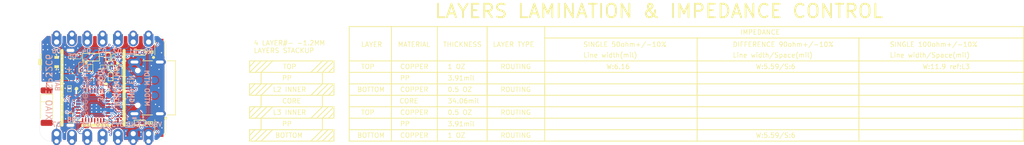
<source format=kicad_pcb>
(kicad_pcb (version 20240108) (generator "pcbnew") (generator_version "8.0")
  (layers (0 "F.Cu" signal) (1 "In1.Cu" signal) (2 "In2.Cu" signal) (31 "B.Cu" signal) (34 "B.Paste" user) (35 "F.Paste" user) (36 "B.SilkS" user "B.Silkscreen") (37 "F.SilkS" user "F.Silkscreen") (38 "B.Mask" user) (39 "F.Mask" user) (44 "Edge.Cuts" user))
  (net 0 "")
  (net 2 "Net-(ANT2-D)")
  (net 3 "GND")
  (net 4 "+5V")
  (net 5 "VBUS")
  (net 6 "+3V3")
  (net 7 "ESP_USB_DN")
  (net 8 "ESP_USB_DP")
  (net 9 "VBAT")
  (net 10 "Net-(X1-X2)")
  (net 11 "Net-(U4-XTAL_N)")
  (net 12 "Net-(U4-VDDA3P3_1)")
  (net 13 "GPIO14")
  (net 14 "EN")
  (net 15 "BOOT")
  (net 16 "Net-(ANT1-Pad1)")
  (net 17 "Net-(U4-ANT)")
  (net 18 "Net-(C25-Pad1)")
  (net 19 "Net-(CHG1-+)")
  (net 20 "Net-(CHG1--)")
  (net 21 "Net-(Q2-G)")
  (net 22 "Net-(D4-+)")
  (net 23 "GPIO15")
  (net 24 "Net-(Q1-G)")
  (net 25 "Net-(USB1-A5{slash}CC1)")
  (net 26 "Net-(USB1-B5{slash}CC2)")
  (net 27 "/03 Power/USB_DN")
  (net 28 "/03 Power/USB_DP")
  (net 29 "Net-(U3-IREF)")
  (net 30 "Net-(U4-XWAL_P)")
  (net 31 "/04 ESP32 C6/GPIO8")
  (net 32 "Net-(U4-U0TXD)")
  (net 33 "D6{slash}TX")
  (net 34 "Net-(U4-SDIO_CLK)")
  (net 35 "GPIO19{slash}SDIO_CLK")
  (net 36 "Net-(U5-RF1)")
  (net 37 "Net-(Q3-D)")
  (net 38 "GPIO3{slash}ADC1_CH3")
  (net 39 "GPIO4{slash}MTMS")
  (net 40 "GPIO5{slash}MTDI")
  (net 41 "GPIO6{slash}MTCK")
  (net 42 "GPIO7{slash}MTDO")
  (net 43 "GPIO0{slash}XTAL_32K_P{slash}ADC1_CH0")
  (net 44 "GPIO1{slash}XTAL_32K_N{slash}ADC1_CH1")
  (net 45 "GPIO2{slash}ADC1_CH2")
  (net 46 "GPIO23{slash}SDIO_D3")
  (net 47 "GPIO22{slash}SDIO_D2")
  (net 48 "GPIO21{slash}SDIO_D1")
  (net 49 "D7{slash}RX")
  (net 50 "GPIO20{slash}SDIO_D0")
  (net 51 "GPIO18{slash}SDIO_CMD")
  (net 54 "Net-(U5-RF2)")
  (net 55 "Net-(U1-SW)")
  (net 56 "Net-(U1-MODE)")
  (footprint "Capacitor:C0201" (layer "F.Cu") (at 102.66 72.11 180)
    (property "Reference" "C18")
    (property "Value" "100pF")
  )
  (footprint "Misc:ANT2P-5.2x2x1.1MM" (layer "F.Cu") (at 99.1362 76 -90)
    (property "Reference" "ANT1")
    (property "Value" "KH5220-A36")
  )
  (footprint "Capacitor:C0402" (layer "F.Cu") (at 104.84 69.46 90)
    (property "Reference" "C1")
    (property "Value" "10uF")
  )
  (footprint "Switch:SW4-SMD-2.8-2.6X1.6X0.53MM" (layer "F.Cu") (at 117.856 79.4512 -90)
    (property "Reference" "K2")
    (property "Value" "SKTAAAE010")
  )
  (footprint "Resistor:R0201" (layer "F.Cu") (at 106.61 71.2216 90)
    (property "Reference" "R12")
    (property "Value" "0R")
  )
  (footprint "Inductor:L0201" (layer "F.Cu") (at 99.88 71.38)
    (property "Reference" "L5")
    (property "Value" "TBD")
  )
  (footprint "Switch:SW4-SMD-2.8-2.6X1.6X0.53MM" (layer "F.Cu") (at 117.856 66.294 90)
    (property "Reference" "K1")
    (property "Value" "SKTAAAE010")
  )
  (footprint "Resistor:R0201" (layer "F.Cu") (at 111.05 72.525 180)
    (property "Reference" "R7")
    (property "Value" "22R")
  )
  (footprint "Capacitor:C0201" (layer "F.Cu") (at 104.68 72.03 90)
    (property "Reference" "C25")
    (property "Value" "TBD")
  )
  (footprint "Resistor:R0201" (layer "F.Cu") (at 110.3148 76.58)
    (property "Reference" "R18")
    (property "Value" "1.5K")
  )
  (footprint "Inductor:L0201" (layer "F.Cu") (at 103.12 68.87 -90)
    (property "Reference" "L3")
    (property "Value" "TBD")
  )
  (footprint "Capacitor:C0201" (layer "F.Cu") (at 111.18 68.8 180)
    (property "Reference" "C21")
    (property "Value" "1uF")
  )
  (footprint "Capacitor:C0201" (layer "F.Cu") (at 103.13 74.73 -90)
    (property "Reference" "C16")
    (property "Value" "100nF")
  )
  (footprint "Crystal:X4-SMD-1.6X1.2MM" (layer "F.Cu") (at 107.8364 71.5772 90)
    (property "Reference" "X1")
    (property "Value" "40MHz")
  )
  (footprint "Resistor:R0201" (layer "F.Cu") (at 110.3148 75.5534)
    (property "Reference" "R14")
    (property "Value" "499R")
  )
  (footprint "Resistor:R0201" (layer "F.Cu") (at 111.2012 78.56 180)
    (property "Reference" "R25")
    (property "Value" "1.5K")
  )
  (footprint "Resistor:R0201" (layer "F.Cu") (at 111.075 73.175 180)
    (property "Reference" "R8")
    (property "Value" "22R")
  )
  (footprint "Diode:LED-0402" (layer "F.Cu") (at 114.5286 67.0052 180)
    (property "Reference" "CHG1")
    (property "Value" "Red")
  )
  (footprint "Resistor:R0201" (layer "F.Cu") (at 111.2012 71.1454 180)
    (property "Reference" "R6")
    (property "Value" "5.1K")
  )
  (footprint "Capacitor:C0201" (layer "F.Cu") (at 110.3148 76.0614)
    (property "Reference" "C20")
    (property "Value" "100nF")
  )
  (footprint "Capacitor:C0201" (layer "F.Cu") (at 110.19 68.75 180)
    (property "Reference" "C9")
    (property "Value" "1uF")
  )
  (footprint "Resistor:R0201" (layer "F.Cu") (at 109.19 68.75 180)
    (property "Reference" "R10")
    (property "Value" "200K")
  )
  (footprint "Resistor:R0201" (layer "F.Cu") (at 111.19 68.28 180)
    (property "Reference" "R16")
    (property "Value" "10K")
  )
  (footprint "Inductor:L0201" (layer "F.Cu") (at 103.83 72.23 180)
    (property "Reference" "L4")
    (property "Value" "TBD")
  )
  (footprint "Capacitor:C0402" (layer "F.Cu") (at 103.07 77.84 -90)
    (property "Reference" "C13")
    (property "Value" "10uF")
  )
  (footprint "Diode:LED-0402" (layer "F.Cu") (at 114.5286 78.6892 180)
    (property "Reference" "D4")
    (property "Value" "Yellow")
  )
  (footprint "Mosfet:PMOS_1.0X0.6X0.35MM" (layer "F.Cu") (at 102.91 73.01)
    (property "Reference" "Q3")
    (property "Value" "LP0404N3T5G")
  )
  (footprint "Capacitor:C0201" (layer "F.Cu") (at 110.07 72.525 180)
    (property "Reference" "C6")
    (property "Value" "10pF")
  )
  (footprint "Capacitor:C0201" (layer "F.Cu") (at 106.5944 72.353 90)
    (property "Reference" "C12")
    (property "Value" "10nF")
  )
  (footprint "Diode:DFN1006-2L" (layer "F.Cu") (at 109.728 71.0946 -90)
    (property "Reference" "D3")
    (property "Value" "LNZ8F5V6T5G")
  )
  (footprint "Resistor:R0201" (layer "F.Cu") (at 104.2 71.05 -90)
    (property "Reference" "R23")
    (property "Value" "10K")
  )
  (footprint "Mosfet:PMOS_1.0X0.6X0.35MM" (layer "F.Cu") (at 108.5342 69.3928 -90)
    (property "Reference" "Q2")
    (property "Value" "LN237N3T5G")
  )
  (footprint "Capacitor:C0201" (layer "F.Cu") (at 110.07 73.175 180)
    (property "Reference" "C7")
    (property "Value" "10pF")
  )
  (footprint "Ic:BGA6-0.35-0.745X10.95X0.4MM" (layer "F.Cu") (at 106.37 69.58)
    (property "Reference" "U1")
    (property "Value" "SMD IC PMIC;DCDC Buck-ADJ-1A,Vin 1.95V to 5.5V,Vout 1.8V to 3.3V;WLCSP-6B")
  )
  (footprint "Inductor:L0201" (layer "F.Cu") (at 103.63 74.73 90)
    (property "Reference" "L2")
    (property "Value" "2.0nH")
  )
  (footprint "Resistor:R0201" (layer "F.Cu") (at 111.17 67.27 180)
    (property "Reference" "R11")
    (property "Value" "10K")
  )
  (footprint "Capacitor:C0402" (layer "F.Cu") (at 104.0008 67.6656 180)
    (property "Reference" "C4")
    (property "Value" "10uF")
  )
  (footprint "Diode:ESD-0402" (layer "F.Cu") (at 111.2012 70.0532 -90)
    (property "Reference" "D2")
    (property "Value" "ESDPSA0402V05")
  )
  (footprint "Ic:DFN6-0.4-1.1X0.7X0.45MM" (layer "F.Cu") (at 103.02 70.9 -45)
    (property "Reference" "U5")
    (property "Value" "FM8625H")
  )
  (footprint "Capacitor:C0201" (layer "F.Cu") (at 102.87 69.62 180)
    (property "Reference" "C24")
    (property "Value" "TBD")
  )
  (footprint "Capacitor:C0201" (layer "F.Cu") (at 107.44 70.06 90)
    (property "Reference" "C10")
    (property "Value" "16pF")
  )
  (footprint "Capacitor:C0201" (layer "F.Cu") (at 103.26 76.61 180)
    (property "Reference" "C17")
    (property "Value" "100nF")
  )
  (footprint "Capacitor:C0201" (layer "F.Cu") (at 108.34 68.23 180)
    (property "Reference" "C2")
    (property "Value" "100nF")
  )
  (footprint "Resistor:R0201" (layer "F.Cu") (at 108.21 69.98)
    (property "Reference" "R19")
    (property "Value" "2.2K")
  )
  (footprint "Capacitor:C0201" (layer "F.Cu") (at 100.62 71.11 90)
    (property "Reference" "C28")
    (property "Value" "TBD")
  )
  (footprint "Capacitor:C0201" (layer "F.Cu") (at 99.14 71.12 90)
    (property "Reference" "C27")
    (property "Value" "TBD")
  )
  (footprint "Resistor:R0201" (layer "F.Cu") (at 105.74 71.05 90)
    (property "Reference" "R1")
    (property "Value" "249K")
  )
  (footprint "Connector:USB2.0-TYPE-C" (layer "F.Cu") (at 113.1314 72.88 180)
    (property "Reference" "USB1")
    (property "Value" "USB2.0 Type C")
  )
  (footprint "Connector:U-FL3P-SMD-2.6X2.6X1.0MM" (layer "F.Cu") (at 99.3902 68.58 180)
    (property "Reference" "ANT2")
    (property "Value" "U.FL-R-SMT-1")
  )
  (footprint "Resistor:R0201" (layer "F.Cu") (at 104.71 71.05 90)
    (property "Reference" "R24")
    (property "Value" "5.1K")
  )
  (footprint "Ic:QFN32-0.5-5X5MM" (layer "F.Cu") (at 106.835 75.8074)
    (property "Reference" "U4")
    (property "Value" "ESP32-C6FH4")
  )
  (footprint "Resistor:R0201" (layer "F.Cu") (at 111.27 74.38 90)
    (property "Reference" "R3")
    (property "Value" "5.1K")
  )
  (footprint "Capacitor:C0201" (layer "F.Cu") (at 103.26 76.08 180)
    (property "Reference" "C14")
    (property "Value" "1uF")
  )
  (footprint "Capacitor:C0201" (layer "F.Cu") (at 110.4392 71.3486 -90)
    (property "Reference" "C8")
    (property "Value" "1uF")
  )
  (footprint "Diode:DFN1006-2L" (layer "F.Cu") (at 109.3216 67.818 -90)
    (property "Reference" "D1")
    (property "Value" "LMBR4010BST5G")
  )
  (footprint "Resistor:R0201" (layer "F.Cu") (at 110.22 78.55 180)
    (property "Reference" "R13")
    (property "Value" "5.1K")
  )
  (footprint "Capacitor:C0201" (layer "F.Cu") (at 105.22 71.05 90)
    (property "Reference" "C19")
    (property "Value" "10pF")
  )
  (footprint "Capacitor:C0201" (layer "F.Cu") (at 111.2 77.54)
    (property "Reference" "C22")
    (property "Value" "10pF")
  )
  (footprint "Resistor:R0201" (layer "F.Cu") (at 111.2 78.05 180)
    (property "Reference" "R17")
    (property "Value" "10K")
  )
  (footprint "Module:MOUDLE14P-XIAO-HALF-HOLE" (layer "F.Cu") (at 108.3977 72.876)
    (property "Reference" "U2")
    (property "Value" "~")
    (fp_line (start -10.414 -6.985) (end -10.414 6.985) (stroke (width 0.0254)) (layer "Edge.Cuts"))
    (fp_line (start -8.509 -8.89) (end 8.636 -8.89) (stroke (width 0.0254)) (layer "Edge.Cuts"))
    (fp_line (start -8.509 8.89) (end 8.636 8.89) (stroke (width 0.0254)) (layer "Edge.Cuts"))
    (fp_line (start 10.541 6.985) (end 10.541 -6.985) (stroke (width 0.0254)) (layer "Edge.Cuts"))
    (fp_arc (start -10.414 -6.985) (mid -9.856038 -8.332038) (end -8.509 -8.89) (stroke (width 0.0254)) (layer "Edge.Cuts"))
    (fp_arc (start -8.509 8.89) (mid -9.856038 8.332038) (end -10.414 6.985) (stroke (width 0.0254)) (layer "Edge.Cuts"))
    (fp_arc (start 8.636 -8.89) (mid 9.983038 -8.332038) (end 10.541 -6.985) (stroke (width 0.0254)) (layer "Edge.Cuts"))
    (fp_arc (start 10.541 6.985) (mid 9.983038 8.332038) (end 8.636 8.89) (stroke (width 0.0254)) (layer "Edge.Cuts"))
  )
  (footprint "Ic:WLCSP-0.4-0.92X1.16X0.4MM" (layer "F.Cu") (at 110.0074 69.5706 -90)
    (property "Reference" "U3")
    (property "Value" "SGM40567-4.2XG/TR")
  )
  (footprint "Capacitor:C0201" (layer "F.Cu") (at 109.01 72.1614 -90)
    (property "Reference" "C11")
    (property "Value" "16pF")
  )
  (footprint "Capacitor:C0201" (layer "F.Cu") (at 102.57 68.37 90)
    (property "Reference" "C23")
    (property "Value" "TBD")
  )
  (footprint "Resistor:R0201" (layer "F.Cu") (at 102.92 73.88)
    (property "Reference" "R21")
    (property "Value" "10K")
  )
  (footprint "Resistor:R0201" (layer "F.Cu") (at 111.19 67.78 180)
    (property "Reference" "R20")
    (property "Value" "100R")
  )
  (footprint "Resistor:R0201" (layer "F.Cu") (at 108.2 68.75)
    (property "Reference" "R9")
    (property "Value" "100K")
  )
  (footprint "Inductor:L0603" (layer "F.Cu") (at 106.47 67.78 180)
    (property "Reference" "L1")
    (property "Value" "0.47uH")
  )
  (footprint "Mosfet:PMOS_1.0X0.6X0.35MM" (layer "F.Cu") (at 110.2106 67.818 180)
    (property "Reference" "Q1")
    (property "Value" "LP0404N3T5G")
  )
  (footprint "Resistor:R0201" (layer "F.Cu") (at 110.4 74.0548)
    (property "Reference" "R15")
    (property "Value" "0R")
  )
  (footprint "Capacitor:C0201" (layer "F.Cu") (at 105.3498 72.353 90)
    (property "Reference" "C5")
    (property "Value" "1uF")
  )
  (footprint "Capacitor:C0201" (layer "F.Cu") (at 103.25 75.55 180)
    (property "Reference" "C15")
    (property "Value" "100nF")
  )
  (footprint "Resistor:R0201" (layer "F.Cu") (at 102.21 73.7 -90)
    (property "Reference" "R22")
    (property "Value" "10K")
  )
  (footprint "Logo:LOGO-SEEED-NEW-1X9.6MM" (layer "B.Cu") (at 105 77.54 90)
    (property "Reference" "REF**" (hide yes))
    (property "Value" "Val**" (hide yes))
  )
  (footprint "Misc:TP-D45MIL" (layer "B.Cu") (at 111.9632 71.6026 180)
    (property "Reference" "TP4")
    (property "Value" "Test Point" (hide yes))
  )
  (footprint "Misc:TP-D45MIL" (layer "B.Cu") (at 111.9632 74.1426 180)
    (property "Reference" "TP6")
    (property "Value" "Test Point" (hide yes))
  )
  (footprint "Misc:TP-80X40MIL" (layer "B.Cu") (at 102.87 71.0946 180)
    (property "Reference" "TP9")
    (property "Value" "Test Point")
  )
  (footprint "Misc:TP-D45MIL" (layer "B.Cu") (at 109.48 74.05 180)
    (property "Reference" "TP1")
    (property "Value" "Test Point" (hide yes))
  )
  (footprint "Misc:TP-D45MIL" (layer "B.Cu") (at 117.0432 74.1426 180)
    (property "Reference" "TP7")
    (property "Value" "Test Point" (hide yes))
  )
  (footprint "Misc:TP-80X40MIL" (layer "B.Cu") (at 102.87 73.6346)
    (property "Reference" "TP10")
    (property "Value" "Test Point")
  )
  (footprint "Misc:TP-D45MIL" (layer "B.Cu") (at 109.4232 71.6026 180)
    (property "Reference" "TP2")
    (property "Value" "Test Point" (hide yes))
  )
  (footprint "Misc:TP-D45MIL" (layer "B.Cu") (at 117.0432 71.6026 180)
    (property "Reference" "TP5")
    (property "Value" "Test Point" (hide yes))
  )
  (footprint "Misc:TP-D45MIL" (layer "B.Cu") (at 114.5032 71.6026 180)
    (property "Reference" "TP8")
    (property "Value" "Test Point" (hide yes))
  )
  (footprint "Misc:TP-D45MIL" (layer "B.Cu") (at 114.5032 74.1426 180)
    (property "Reference" "TP3")
    (property "Value" "Test Point" (hide yes))
  )
  (gr_line (start 103.251 69.7992) (end 102.489 69.7992) (stroke (width 0.15)) (layer "B.SilkS"))
  (gr_line (start 102.87 69.4182) (end 102.87 70.1802) (stroke (width 0.15)) (layer "B.SilkS"))
  (gr_line (start 102.87 74.5998) (end 102.87 75.3618) (stroke (width 0.15)) (layer "B.SilkS"))
  (gr_line (start 132.7658 68.4022) (end 133.6548 68.4022) (stroke (width 0.1524)) (layer "F.SilkS"))
  (gr_line (start 132.7658 81.7372) (end 132.7658 80.7847) (stroke (width 0.1524)) (layer "F.SilkS"))
  (gr_line (start 133.6548 79.8322) (end 132.7658 80.7847) (stroke (width 0.1524)) (layer "F.SilkS"))
  (gr_line (start 144.8308 77.9272) (end 144.8308 79.8322) (stroke (width 0.1524)) (layer "F.SilkS"))
  (gr_line (start 144.8308 76.0222) (end 135.6233 76.0222) (stroke (width 0.1524)) (layer "F.SilkS"))
  (gr_line (start 132.7658 72.2122) (end 133.6548 72.2122) (stroke (width 0.1524)) (layer "F.SilkS"))
  (gr_line (start 133.6548 72.2122) (end 132.7658 73.1647) (stroke (width 0.1524)) (layer "F.SilkS"))
  (gr_line (start 145.8468 81.7372) (end 146.7358 80.7847) (stroke (width 0.1524)) (layer "F.SilkS"))
  (gr_line (start 233.7308 81.7372) (end 261.0358 81.7372) (stroke (width 0.1524)) (layer "F.SilkS"))
  (gr_line (start 181.6608 62.6872) (end 181.6608 64.5922) (stroke (width 0.1524)) (layer "F.SilkS"))
  (gr_line (start 134.6708 70.3072) (end 134.6708 72.2122) (stroke (width 0.1524)) (layer "F.SilkS"))
  (gr_line (start 132.7658 70.3072) (end 132.7658 69.3547) (stroke (width 0.1524)) (layer "F.SilkS"))
  (gr_line (start 134.6708 79.8322) (end 132.7658 81.7372) (stroke (width 0.1524)) (layer "F.SilkS"))
  (gr_line (start 261.0358 64.5922) (end 261.0358 62.6872) (stroke (width 0.1524)) (layer "F.SilkS"))
  (gr_line (start 261.0358 74.1172) (end 261.0358 76.0222) (stroke (width 0.1524)) (layer "F.SilkS"))
  (gr_line (start 181.6608 72.2122) (end 181.6608 81.7372) (stroke (width 0.1524)) (layer "F.SilkS"))
  (gr_line (start 146.7358 76.0222) (end 145.7833 76.0222) (stroke (width 0.1524)) (layer "F.SilkS"))
  (gr_line (start 181.6608 62.6872) (end 172.1358 62.6872) (stroke (width 0.1524)) (layer "F.SilkS"))
  (gr_line (start 146.7358 79.8322) (end 145.7833 79.8322) (stroke (width 0.1524)) (layer "F.SilkS"))
  (gr_line (start 146.7358 72.2122) (end 146.7358 73.1647) (stroke (width 0.1524)) (layer "F.SilkS"))
  (gr_line (start 146.7358 76.9747) (end 146.7358 77.9272) (stroke (width 0.1524)) (layer "F.SilkS"))
  (gr_line (start 149.2758 68.4022) (end 261.0358 68.4022) (stroke (width 0.1524)) (layer "F.SilkS"))
  (gr_line (start 172.1358 62.6872) (end 163.8808 62.6872) (stroke (width 0.1524)) (layer "F.SilkS"))
  (gr_line (start 133.6548 79.8322) (end 134.6708 79.8322) (stroke (width 0.1524)) (layer "F.SilkS"))
  (gr_line (start 135.6233 72.2122) (end 133.7183 74.1172) (stroke (width 0.1524)) (layer "F.SilkS"))
  (gr_line (start 144.8308 74.1172) (end 146.7358 72.2122) (stroke (width 0.1524)) (layer "F.SilkS"))
  (gr_line (start 136.5758 72.2122) (end 134.6708 74.1172) (stroke (width 0.1524)) (layer "F.SilkS"))
  (gr_line (start 146.7358 68.4022) (end 145.7833 68.4022) (stroke (width 0.1524)) (layer "F.SilkS"))
  (gr_line (start 143.8783 77.9272) (end 145.7833 76.0222) (stroke (width 0.1524)) (layer "F.SilkS"))
  (gr_line (start 206.9338 74.1172) (end 233.7308 74.1172) (stroke (width 0.1524)) (layer "F.SilkS"))
  (gr_line (start 146.7358 80.7847) (end 146.7358 81.7372) (stroke (width 0.1524)) (layer "F.SilkS"))
  (gr_line (start 143.8783 81.7372) (end 145.7833 79.8322) (stroke (width 0.1524)) (layer "F.SilkS"))
  (gr_line (start 181.6608 74.1172) (end 206.9338 74.1172) (stroke (width 0.1524)) (layer "F.SilkS"))
  (gr_line (start 233.7308 72.2122) (end 233.7308 81.7372) (stroke (width 0.1524)) (layer "F.SilkS"))
  (gr_line (start 132.7658 70.3072) (end 133.7183 70.3072) (stroke (width 0.1524)) (layer "F.SilkS"))
  (gr_line (start 132.7658 80.7847) (end 132.7658 79.8322) (stroke (width 0.1524)) (layer "F.SilkS"))
  (gr_line (start 143.8783 70.3072) (end 134.6708 70.3072) (stroke (width 0.1524)) (layer "F.SilkS"))
  (gr_line (start 145.8468 74.1172) (end 144.8308 74.1172) (stroke (width 0.1524)) (layer "F.SilkS"))
  (gr_line (start 142.9258 81.7372) (end 144.8308 79.8322) (stroke (width 0.1524)) (layer "F.SilkS"))
  (gr_line (start 144.8308 70.3072) (end 144.8308 72.2122) (stroke (width 0.1524)) (layer "F.SilkS"))
  (gr_line (start 144.8308 79.8322) (end 135.6233 79.8322) (stroke (width 0.1524)) (layer "F.SilkS"))
  (gr_line (start 135.6233 68.4022) (end 133.7183 70.3072) (stroke (width 0.1524)) (layer "F.SilkS"))
  (gr_line (start 149.2758 74.1172) (end 156.2608 74.1172) (stroke (width 0.1524)) (layer "F.SilkS"))
  (gr_line (start 156.2608 74.1172) (end 163.8808 74.1172) (stroke (width 0.1524)) (layer "F.SilkS"))
  (gr_line (start 144.8308 70.3072) (end 143.8783 70.3072) (stroke (width 0.1524)) (layer "F.SilkS"))
  (gr_line (start 172.1358 81.7372) (end 181.6608 81.7372) (stroke (width 0.1524)) (layer "F.SilkS"))
  (gr_line (start 156.2608 81.7372) (end 163.8808 81.7372) (stroke (width 0.1524)) (layer "F.SilkS"))
  (gr_line (start 132.7658 76.0222) (end 133.6548 76.0222) (stroke (width 0.1524)) (layer "F.SilkS"))
  (gr_line (start 146.7358 69.3547) (end 146.7358 70.3072) (stroke (width 0.1524)) (layer "F.SilkS"))
  (gr_line (start 145.8468 81.7372) (end 144.8308 81.7372) (stroke (width 0.1524)) (layer "F.SilkS"))
  (gr_line (start 133.7183 81.7372) (end 134.6708 81.7372) (stroke (width 0.1524)) (layer "F.SilkS"))
  (gr_line (start 135.6233 76.0222) (end 133.7183 77.9272) (stroke (width 0.1524)) (layer "F.SilkS"))
  (gr_line (start 172.1358 70.3072) (end 172.1358 81.7372) (stroke (width 0.1524)) (layer "F.SilkS"))
  (gr_line (start 133.6548 76.0222) (end 134.6708 76.0222) (stroke (width 0.1524)) (layer "F.SilkS"))
  (gr_line (start 181.6608 81.7372) (end 206.9338 81.7372) (stroke (width 0.1524)) (layer "F.SilkS"))
  (gr_line (start 143.8783 74.1172) (end 145.7833 72.2122) (stroke (width 0.1524)) (layer "F.SilkS"))
  (gr_line (start 149.2758 81.7372) (end 156.2608 81.7372) (stroke (width 0.1524)) (layer "F.SilkS"))
  (gr_line (start 133.6548 76.0222) (end 132.7658 76.9747) (stroke (width 0.1524)) (layer "F.SilkS"))
  (gr_line (start 145.7833 79.8322) (end 144.8308 79.8322) (stroke (width 0.1524)) (layer "F.SilkS"))
  (gr_line (start 132.7658 74.1172) (end 133.7183 74.1172) (stroke (width 0.1524)) (layer "F.SilkS"))
  (gr_line (start 145.8468 70.3072) (end 146.7358 70.3072) (stroke (width 0.1524)) (layer "F.SilkS"))
  (gr_line (start 149.2758 70.3072) (end 261.0358 70.3072) (stroke (width 0.1524)) (layer "F.SilkS"))
  (gr_line (start 261.0358 62.6872) (end 181.6608 62.6872) (stroke (width 0.1524)) (layer "F.SilkS"))
  (gr_line (start 135.6233 79.8322) (end 133.7183 81.7372) (stroke (width 0.1524)) (layer "F.SilkS"))
  (gr_line (start 145.8468 77.9272) (end 146.7358 76.9747) (stroke (width 0.1524)) (layer "F.SilkS"))
  (gr_line (start 144.8308 81.7372) (end 143.8783 81.7372) (stroke (width 0.1524)) (layer "F.SilkS"))
  (gr_line (start 132.7658 69.3547) (end 132.7658 68.4022) (stroke (width 0.1524)) (layer "F.SilkS"))
  (gr_line (start 144.8308 77.9272) (end 143.8783 77.9272) (stroke (width 0.1524)) (layer "F.SilkS"))
  (gr_line (start 144.8308 81.7372) (end 146.7358 79.8322) (stroke (width 0.1524)) (layer "F.SilkS"))
  (gr_line (start 261.0358 76.0222) (end 261.0358 81.7372) (stroke (width 0.1524)) (layer "F.SilkS"))
  (gr_line (start 261.0358 72.2122) (end 261.0358 74.1172) (stroke (width 0.1524)) (layer "F.SilkS"))
  (gr_line (start 181.6608 64.5922) (end 206.9338 64.5922) (stroke (width 0.1524)) (layer "F.SilkS"))
  (gr_line (start 143.8783 77.9272) (end 134.6708 77.9272) (stroke (width 0.1524)) (layer "F.SilkS"))
  (gr_line (start 143.8783 74.1172) (end 134.6708 74.1172) (stroke (width 0.1524)) (layer "F.SilkS"))
  (gr_line (start 111.9632 66.6496) (end 111.9632 79.0956) (stroke (width 0.508)) (layer "F.SilkS"))
  (gr_line (start 144.8308 68.4022) (end 135.6233 68.4022) (stroke (width 0.1524)) (layer "F.SilkS"))
  (gr_line (start 132.7658 77.9272) (end 132.7658 76.9747) (stroke (width 0.1524)) (layer "F.SilkS"))
  (gr_line (start 181.6608 64.5922) (end 181.6608 74.1172) (stroke (width 0.1524)) (layer "F.SilkS"))
  (gr_line (start 163.8808 74.1172) (end 172.1358 74.1172) (stroke (width 0.1524)) (layer "F.SilkS"))
  (gr_line (start 145.8468 77.9272) (end 146.7358 77.9272) (stroke (width 0.1524)) (layer "F.SilkS"))
  (gr_line (start 261.0358 68.4022) (end 261.0358 64.5922) (stroke (width 0.1524)) (layer "F.SilkS"))
  (gr_line (start 145.8468 81.7372) (end 146.7358 81.7372) (stroke (width 0.1524)) (layer "F.SilkS"))
  (gr_line (start 172.1358 62.6872) (end 172.1358 74.1172) (stroke (width 0.1524)) (layer "F.SilkS"))
  (gr_line (start 145.8468 70.3072) (end 144.8308 70.3072) (stroke (width 0.1524)) (layer "F.SilkS"))
  (gr_line (start 163.8808 62.6872) (end 163.8808 74.1172) (stroke (width 0.1524)) (layer "F.SilkS"))
  (gr_line (start 134.6708 68.4022) (end 132.7658 70.3072) (stroke (width 0.1524)) (layer "F.SilkS"))
  (gr_line (start 145.8468 74.1172) (end 146.7358 73.1647) (stroke (width 0.1524)) (layer "F.SilkS"))
  (gr_line (start 149.2758 68.4022) (end 149.2758 74.1172) (stroke (width 0.1524)) (layer "F.SilkS"))
  (gr_line (start 156.2608 62.6872) (end 149.2758 62.6872) (stroke (width 0.1524)) (layer "F.SilkS"))
  (gr_line (start 233.7308 64.5922) (end 233.7308 74.1172) (stroke (width 0.1524)) (layer "F.SilkS"))
  (gr_line (start 133.7183 70.3072) (end 134.6708 70.3072) (stroke (width 0.1524)) (layer "F.SilkS"))
  (gr_line (start 149.2758 77.9272) (end 261.0358 77.9272) (stroke (width 0.1524)) (layer "F.SilkS"))
  (gr_line (start 144.8308 70.3072) (end 146.7358 68.4022) (stroke (width 0.1524)) (layer "F.SilkS"))
  (gr_line (start 233.7308 64.5922) (end 261.0358 64.5922) (stroke (width 0.1524)) (layer "F.SilkS"))
  (gr_line (start 133.6548 72.2122) (end 134.6708 72.2122) (stroke (width 0.1524)) (layer "F.SilkS"))
  (gr_line (start 146.7358 76.0222) (end 146.7358 76.9747) (stroke (width 0.1524)) (layer "F.SilkS"))
  (gr_line (start 133.7183 77.9272) (end 134.6708 77.9272) (stroke (width 0.1524)) (layer "F.SilkS"))
  (gr_line (start 206.9338 64.5922) (end 233.7308 64.5922) (stroke (width 0.1524)) (layer "F.SilkS"))
  (gr_line (start 132.7658 79.8322) (end 133.6548 79.8322) (stroke (width 0.1524)) (layer "F.SilkS"))
  (gr_line (start 132.7658 76.9747) (end 132.7658 76.0222) (stroke (width 0.1524)) (layer "F.SilkS"))
  (gr_line (start 133.6548 68.4022) (end 132.7658 69.3547) (stroke (width 0.1524)) (layer "F.SilkS"))
  (gr_line (start 146.7358 79.8322) (end 146.7358 80.7847) (stroke (width 0.1524)) (layer "F.SilkS"))
  (gr_line (start 145.8468 70.3072) (end 146.7358 69.3547) (stroke (width 0.1524)) (layer "F.SilkS"))
  (gr_line (start 144.8308 74.1172) (end 144.8308 76.0222) (stroke (width 0.1524)) (layer "F.SilkS"))
  (gr_line (start 143.8783 70.3072) (end 145.7833 68.4022) (stroke (width 0.1524)) (layer "F.SilkS"))
  (gr_line (start 136.5758 68.4022) (end 134.6708 70.3072) (stroke (width 0.1524)) (layer "F.SilkS"))
  (gr_line (start 149.2758 62.6872) (end 149.2758 68.4022) (stroke (width 0.1524)) (layer "F.SilkS"))
  (gr_line (start 142.9258 74.1172) (end 144.8308 72.2122) (stroke (width 0.1524)) (layer "F.SilkS"))
  (gr_line (start 142.9258 70.3072) (end 144.8308 68.4022) (stroke (width 0.1524)) (layer "F.SilkS"))
  (gr_line (start 146.7358 68.4022) (end 146.7358 69.3547) (stroke (width 0.1524)) (layer "F.SilkS"))
  (gr_line (start 133.6548 68.4022) (end 134.6708 68.4022) (stroke (width 0.1524)) (layer "F.SilkS"))
  (gr_line (start 134.6708 79.8322) (end 135.6233 79.8322) (stroke (width 0.1524)) (layer "F.SilkS"))
  (gr_line (start 144.8308 74.1172) (end 143.8783 74.1172) (stroke (width 0.1524)) (layer "F.SilkS"))
  (gr_line (start 149.2758 72.2122) (end 261.0358 72.2122) (stroke (width 0.1524)) (layer "F.SilkS"))
  (gr_line (start 133.7183 74.1172) (end 134.6708 74.1172) (stroke (width 0.1524)) (layer "F.SilkS"))
  (gr_line (start 149.2758 76.0222) (end 261.0358 76.0222) (stroke (width 0.1524)) (layer "F.SilkS"))
  (gr_line (start 132.7658 81.7372) (end 133.7183 81.7372) (stroke (width 0.1524)) (layer "F.SilkS"))
  (gr_line (start 145.8468 77.9272) (end 144.8308 77.9272) (stroke (width 0.1524)) (layer "F.SilkS"))
  (gr_line (start 261.0358 68.4022) (end 261.0358 72.2122) (stroke (width 0.1524)) (layer "F.SilkS"))
  (gr_line (start 163.8808 62.6872) (end 156.2608 62.6872) (stroke (width 0.1524)) (layer "F.SilkS"))
  (gr_line (start 149.2758 79.8322) (end 261.0358 79.8322) (stroke (width 0.1524)) (layer "F.SilkS"))
  (gr_line (start 132.7658 74.1172) (end 132.7658 73.1647) (stroke (width 0.1524)) (layer "F.SilkS"))
  (gr_line (start 134.6708 72.2122) (end 132.7658 74.1172) (stroke (width 0.1524)) (layer "F.SilkS"))
  (gr_line (start 134.6708 77.9272) (end 134.6708 79.8322) (stroke (width 0.1524)) (layer "F.SilkS"))
  (gr_line (start 145.7833 68.4022) (end 144.8308 68.4022) (stroke (width 0.1524)) (layer "F.SilkS"))
  (gr_line (start 163.8808 70.3072) (end 163.8808 81.7372) (stroke (width 0.1524)) (layer "F.SilkS"))
  (gr_line (start 145.7833 72.2122) (end 144.8308 72.2122) (stroke (width 0.1524)) (layer "F.SilkS"))
  (gr_line (start 163.8808 81.7372) (end 172.1358 81.7372) (stroke (width 0.1524)) (layer "F.SilkS"))
  (gr_line (start 134.6708 72.2122) (end 135.6233 72.2122) (stroke (width 0.1524)) (layer "F.SilkS"))
  (gr_line (start 149.2758 76.0222) (end 149.2758 81.7372) (stroke (width 0.1524)) (layer "F.SilkS"))
  (gr_line (start 206.9338 72.2122) (end 206.9338 81.7372) (stroke (width 0.1524)) (layer "F.SilkS"))
  (gr_line (start 134.6708 68.4022) (end 135.6233 68.4022) (stroke (width 0.1524)) (layer "F.SilkS"))
  (gr_line (start 146.7358 73.1647) (end 146.7358 74.1172) (stroke (width 0.1524)) (layer "F.SilkS"))
  (gr_line (start 143.8783 81.7372) (end 134.6708 81.7372) (stroke (width 0.1524)) (layer "F.SilkS"))
  (gr_line (start 172.1358 74.1172) (end 181.6608 74.1172) (stroke (width 0.1524)) (layer "F.SilkS"))
  (gr_line (start 146.7358 72.2122) (end 145.7833 72.2122) (stroke (width 0.1524)) (layer "F.SilkS"))
  (gr_line (start 134.6708 76.0222) (end 135.6233 76.0222) (stroke (width 0.1524)) (layer "F.SilkS"))
  (gr_line (start 109.5502 79.0956) (end 105.1052 79.0956) (stroke (width 0.508)) (layer "F.SilkS"))
  (gr_line (start 136.5758 76.0222) (end 134.6708 77.9272) (stroke (width 0.1524)) (layer "F.SilkS"))
  (gr_line (start 144.8308 77.9272) (end 146.7358 76.0222) (stroke (width 0.1524)) (layer "F.SilkS"))
  (gr_line (start 145.8468 74.1172) (end 146.7358 74.1172) (stroke (width 0.1524)) (layer "F.SilkS"))
  (gr_line (start 206.9338 64.5922) (end 206.9338 74.1172) (stroke (width 0.1524)) (layer "F.SilkS"))
  (gr_line (start 101.6762 79.0956) (end 101.6762 66.6496) (stroke (width 0.508)) (layer "F.SilkS"))
  (gr_line (start 144.8308 72.2122) (end 135.6233 72.2122) (stroke (width 0.1524)) (layer "F.SilkS"))
  (gr_line (start 156.2608 62.6872) (end 156.2608 74.1172) (stroke (width 0.1524)) (layer "F.SilkS"))
  (gr_line (start 134.6708 76.0222) (end 132.7658 77.9272) (stroke (width 0.1524)) (layer "F.SilkS"))
  (gr_line (start 145.7833 76.0222) (end 144.8308 76.0222) (stroke (width 0.1524)) (layer "F.SilkS"))
  (gr_line (start 132.7658 77.9272) (end 133.7183 77.9272) (stroke (width 0.1524)) (layer "F.SilkS"))
  (gr_line (start 142.9258 77.9272) (end 144.8308 76.0222) (stroke (width 0.1524)) (layer "F.SilkS"))
  (gr_line (start 149.2758 74.1172) (end 149.2758 76.0222) (stroke (width 0.1524)) (layer "F.SilkS"))
  (gr_line (start 206.9338 81.7372) (end 233.7308 81.7372) (stroke (width 0.1524)) (layer "F.SilkS"))
  (gr_line (start 134.6708 74.1172) (end 134.6708 76.0222) (stroke (width 0.1524)) (layer "F.SilkS"))
  (gr_line (start 156.2608 70.3072) (end 156.2608 81.7372) (stroke (width 0.1524)) (layer "F.SilkS"))
  (gr_line (start 132.7658 73.1647) (end 132.7658 72.2122) (stroke (width 0.1524)) (layer "F.SilkS"))
  (gr_line (start 233.7308 74.1172) (end 261.0358 74.1172) (stroke (width 0.1524)) (layer "F.SilkS"))
  (gr_line (start 136.5758 79.8322) (end 134.6708 81.7372) (stroke (width 0.1524)) (layer "F.SilkS"))
  (gr_arc (start 103.7082 79.0956) (mid 103.633807 79.275212) (end 103.4542 79.3496) (stroke (width 0.0762)) (layer "Edge.Cuts"))
  (gr_arc (start 102.4382 79.0956) (mid 102.512597 78.916002) (end 102.6922 78.8416) (stroke (width 0.0762)) (layer "Edge.Cuts"))
  (gr_line (start 102.6922 66.3956) (end 103.4542 66.3956) (stroke (width 0.0762)) (layer "Edge.Cuts"))
  (gr_arc (start 102.6922 79.3496) (mid 102.512588 79.275209) (end 102.4382 79.0956) (stroke (width 0.0762)) (layer "Edge.Cuts"))
  (gr_arc (start 103.4542 66.3956) (mid 103.633798 66.469999) (end 103.7082 66.6496) (stroke (width 0.0762)) (layer "Edge.Cuts"))
  (gr_line (start 103.4542 66.9036) (end 102.6922 66.9036) (stroke (width 0.0762)) (layer "Edge.Cuts"))
  (gr_arc (start 102.4382 66.6496) (mid 102.512597 66.470002) (end 102.6922 66.3956) (stroke (width 0.0762)) (layer "Edge.Cuts"))
  (gr_line (start 102.6922 78.8416) (end 103.4542 78.8416) (stroke (width 0.0762)) (layer "Edge.Cuts"))
  (gr_arc (start 103.4542 78.8416) (mid 103.633798 78.915999) (end 103.7082 79.0956) (stroke (width 0.0762)) (layer "Edge.Cuts"))
  (gr_line (start 103.4542 79.3496) (end 102.6922 79.3496) (stroke (width 0.0762)) (layer "Edge.Cuts"))
  (gr_arc (start 103.7082 66.6496) (mid 103.633807 66.829212) (end 103.4542 66.9036) (stroke (width 0.0762)) (layer "Edge.Cuts"))
  (gr_arc (start 102.6922 66.9036) (mid 102.512588 66.829209) (end 102.4382 66.6496) (stroke (width 0.0762)) (layer "Edge.Cuts"))
  (gr_text "D7" (at 101.6 79.4258 0) (layer "B.SilkS") (effects (font (size 0.762 0.762)) (justify left bottom mirror)))
  (gr_text "BOOT" (at 107.569 72.517 270) (layer "B.SilkS") (effects (font (size 0.762 0.762)) (justify left bottom mirror)))
  (gr_text "D10" (at 109.5756 79.375 0) (layer "B.SilkS") (effects (font (size 0.762 0.762)) (justify left bottom mirror)))
  (gr_text "GND" (at 114.7572 79.4004 0) (layer "B.SilkS") (effects (font (size 0.762 0.762)) (justify left bottom mirror)))
  (gr_text "VBUS" (at 118.3386 79.4004 0) (layer "B.SilkS") (effects (font (size 0.762 0.762)) (justify left bottom mirror)))
  (gr_text "D8" (at 104.1146 78.613 0) (layer "B.SilkS") (effects (font (size 0.762 0.762)) (justify left bottom mirror)))
  (gr_text "XIAO ESP32C6" (at 98.8822 78.3336 -90) (layer "B.SilkS") (effects (font (size 1.016 1.016)) (justify left bottom mirror)))
  (gr_text "MTMS" (at 110.236 72.6186 270) (layer "B.SilkS") (effects (font (size 0.762 0.762)) (justify left bottom mirror)))
  (gr_text "EN" (at 112.7252 72.39 270) (layer "B.SilkS") (effects (font (size 0.762 0.762)) (justify left bottom mirror)))
  (gr_text "D0" (at 116.84 67.2084 0) (layer "B.SilkS") (effects (font (size 0.762 0.762)) (justify left bottom mirror)))
  (gr_text "D4" (at 106.5784 67.1576 0) (layer "B.SilkS") (effects (font (size 0.762 0.762)) (justify left bottom mirror)))
  (gr_text "D6" (at 101.6 67.183 0) (layer "B.SilkS") (effects (font (size 0.762 0.762)) (justify left bottom mirror)))
  (gr_text "MTDI" (at 115.2652 72.5932 270) (layer "B.SilkS") (effects (font (size 0.762 0.762)) (justify left bottom mirror)))
  (gr_text "D1" (at 114.2746 67.2338 0) (layer "B.SilkS") (effects (font (size 0.762 0.762)) (justify left bottom mirror)))
  (gr_text "MTDO" (at 115.316 76.0222 270) (layer "B.SilkS") (effects (font (size 0.762 0.762)) (justify left bottom mirror)))
  (gr_text "GND" (at 112.776 75.438 270) (layer "B.SilkS") (effects (font (size 0.762 0.762)) (justify left bottom mirror)))
  (gr_text "3V3" (at 112.0648 79.4004 0) (layer "B.SilkS") (effects (font (size 0.762 0.762)) (justify left bottom mirror)))
  (gr_text "BAT" (at 100.47 73.5 -90) (layer "B.SilkS") (effects (font (size 0.762 0.762)) (justify left bottom mirror)))
  (gr_text "D5" (at 104.1654 68.0974 0) (layer "B.SilkS") (effects (font (size 0.762 0.762)) (justify left bottom mirror)))
  (gr_text "MTCK" (at 110.2106 76.0476 270) (layer "B.SilkS") (effects (font (size 0.762 0.762)) (justify left bottom mirror)))
  (gr_text "3V3\n" (at 107.569 75.2602 270) (layer "B.SilkS") (effects (font (size 0.762 0.762)) (justify left bottom mirror)))
  (gr_text "D3" (at 109.1946 67.183 0) (layer "B.SilkS") (effects (font (size 0.762 0.762)) (justify left bottom mirror)))
  (gr_text "D9" (at 106.68 79.4258 0) (layer "B.SilkS") (effects (font (size 0.762 0.762)) (justify left bottom mirror)))
  (gr_text "D2" (at 111.7092 67.2084 0) (layer "B.SilkS") (effects (font (size 0.762 0.762)) (justify left bottom mirror)))
  (gr_text "LAYER" (at 151.1808 66.1162 0) (layer "F.SilkS") (effects (font (size 0.78232 0.78232) (thickness 0.10668)) (justify left bottom)))
  (gr_text "1 OZ" (at 165.5318 69.7992 0) (layer "F.SilkS") (effects (font (size 0.78232 0.78232) (thickness 0.10668)) (justify left bottom)))
  (gr_text "R" (at 115.9002 66.4718 -90) (layer "F.SilkS") (effects (font (size 0.762 0.762)) (justify left bottom)))
  (gr_text "ROUTING" (at 174.2948 81.2292 0) (layer "F.SilkS") (effects (font (size 0.78232 0.78232) (thickness 0.10668)) (justify left bottom)))
  (gr_text "TOP" (at 151.1808 77.4192 0) (layer "F.SilkS") (effects (font (size 0.78232 0.78232) (thickness 0.10668)) (justify left bottom)))
  (gr_text "CORE" (at 157.5308 75.5142 0) (layer "F.SilkS") (effects (font (size 0.78232 0.78232) (thickness 0.10668)) (justify left bottom)))
  (gr_text "BOTTOM" (at 150.5458 81.2292 0) (layer "F.SilkS") (effects (font (size 0.78232 0.78232) (thickness 0.10668)) (justify left bottom)))
  (gr_text "CORE" (at 138.0998 75.5142 0) (layer "F.SilkS") (effects (font (size 0.78232 0.78232) (thickness 0.10668)) (justify left bottom)))
  (gr_text "ROUTING" (at 174.2948 77.4192 0) (layer "F.SilkS") (effects (font (size 0.78232 0.78232) (thickness 0.10668)) (justify left bottom)))
  (gr_text "1 OZ" (at 165.5318 81.2292 0) (layer "F.SilkS") (effects (font (size 0.78232 0.78232) (thickness 0.10668)) (justify left bottom)))
  (gr_text "W:6.16" (at 191.8208 69.7992 0) (layer "F.SilkS") (effects (font (size 0.78232 0.78232) (thickness 0.10668)) (justify left bottom)))
  (gr_text "PP" (at 157.6578 71.7042 0) (layer "F.SilkS") (effects (font (size 0.78232 0.78232) (thickness 0.10668)) (justify left bottom)))
  (gr_text "L3 INNER" (at 136.5758 77.4192 0) (layer "F.SilkS") (effects (font (size 0.78232 0.78232) (thickness 0.10668)) (justify left bottom)))
  (gr_text "COPPER" (at 157.6578 73.6092 0) (layer "F.SilkS") (effects (font (size 0.78232 0.78232) (thickness 0.10668)) (justify left bottom)))
  (gr_text "TOP" (at 138.2268 69.7992 0) (layer "F.SilkS") (effects (font (size 0.78232 0.78232) (thickness 0.10668)) (justify left bottom)))
  (gr_text "TOP" (at 151.1808 69.7992 0) (layer "F.SilkS") (effects (font (size 0.78232 0.78232) (thickness 0.10668)) (justify left bottom)))
  (gr_text "LAYER TYPE" (at 173.0248 66.1162 0) (layer "F.SilkS") (effects (font (size 0.78232 0.78232) (thickness 0.10668)) (justify left bottom)))
  (gr_text "COPPER" (at 157.6578 69.7992 0) (layer "F.SilkS") (effects (font (size 0.78232 0.78232) (thickness 0.10668)) (justify left bottom)))
  (gr_text "COPPER" (at 157.6578 81.2292 0) (layer "F.SilkS") (effects (font (size 0.78232 0.78232) (thickness 0.10668)) (justify left bottom)))
  (gr_text "BOTTOM" (at 150.5458 73.6092 0) (layer "F.SilkS") (effects (font (size 0.78232 0.78232) (thickness 0.10668)) (justify left bottom)))
  (gr_text "IMPEDANCE" (at 214.0458 64.0842 0) (layer "F.SilkS") (effects (font (size 0.78232 0.78232) (thickness 0.10668)) (justify left bottom)))
  (gr_text "Line width(mil)" (at 188.0108 67.8942 0) (layer "F.SilkS") (effects (font (size 0.78232 0.78232) (thickness 0.10668)) (justify left bottom)))
  (gr_text "3.91mil" (at 165.5318 79.3242 0) (layer "F.SilkS") (effects (font (size 0.78232 0.78232) (thickness 0.10668)) (justify left bottom)))
  (gr_text "COPPER" (at 157.6578 77.4192 0) (layer "F.SilkS") (effects (font (size 0.78232 0.78232) (thickness 0.10668)) (justify left bottom)))
  (gr_text "L2 INNER" (at 136.5758 73.6092 0) (layer "F.SilkS") (effects (font (size 0.78232 0.78232) (thickness 0.10668)) (justify left bottom)))
  (gr_text "Line width/Space(mil)" (at 212.7758 67.8942 0) (layer "F.SilkS") (effects (font (size 0.78232 0.78232) (thickness 0.10668)) (justify left bottom)))
  (gr_text "W:5.59/S:6" (at 216.5858 69.7992 0) (layer "F.SilkS") (effects (font (size 0.78232 0.78232) (thickness 0.10668)) (justify left bottom)))
  (gr_text "LAYERS LAMINATION & IMPEDANCE CONTROL" (at 163.2458 61.4172 0) (layer "F.SilkS") (effects (font (size 2.2352 2.2352) (thickness 0.3048)) (justify left bottom)))
  (gr_text "34.06mil" (at 165.5318 75.5142 0) (layer "F.SilkS") (effects (font (size 0.78232 0.78232) (thickness 0.10668)) (justify left bottom)))
  (gr_text "3.91mil" (at 165.5318 71.7042 0) (layer "F.SilkS") (effects (font (size 0.78232 0.78232) (thickness 0.10668)) (justify left bottom)))
  (gr_text "SINGLE 50ohm+/-10%" (at 188.0108 66.1162 0) (layer "F.SilkS") (effects (font (size 0.78232 0.78232) (thickness 0.10668)) (justify left bottom)))
  (gr_text "ROUTING" (at 174.2948 73.6092 0) (layer "F.SilkS") (effects (font (size 0.78232 0.78232) (thickness 0.10668)) (justify left bottom)))
  (gr_text "W:11.9 ref:L3" (at 244.22 69.8 0) (layer "F.SilkS") (effects (font (size 0.78232 0.78232) (thickness 0.10668)) (justify left bottom)))
  (gr_text "PP" (at 138.0998 79.3242 0) (layer "F.SilkS") (effects (font (size 0.78232 0.78232) (thickness 0.10668)) (justify left bottom)))
  (gr_text "0.5 OZ" (at 165.5318 77.4192 0) (layer "F.SilkS") (effects (font (size 0.78232 0.78232) (thickness 0.10668)) (justify left bottom)))
  (gr_text "MATERIAL" (at 157.2768 66.1162 0) (layer "F.SilkS") (effects (font (size 0.78232 0.78232) (thickness 0.10668)) (justify left bottom)))
  (gr_text "Line width/Space(mil)" (at 238.8108 67.8942 0) (layer "F.SilkS") (effects (font (size 0.78232 0.78232) (thickness 0.10668)) (justify left bottom)))
  (gr_text "PP" (at 138.0998 71.7042 0) (layer "F.SilkS") (effects (font (size 0.78232 0.78232) (thickness 0.10668)) (justify left bottom)))
  (gr_text "ROUTING" (at 174.2948 69.7992 0) (layer "F.SilkS") (effects (font (size 0.78232 0.78232) (thickness 0.10668)) (justify left bottom)))
  (gr_text "W:5.59/S:6" (at 216.5858 81.2292 0) (layer "F.SilkS") (effects (font (size 0.78232 0.78232) (thickness 0.10668)) (justify left bottom)))
  (gr_text "B" (at 115.8494 78.232 -90) (layer "F.SilkS") (effects (font (size 0.762 0.762)) (justify left bottom)))
  (gr_text "SINGLE 100ohm+/-10%" (at 238.8108 66.1162 0) (layer "F.SilkS") (effects (font (size 0.78232 0.78232) (thickness 0.10668)) (justify left bottom)))
  (gr_text "4 LAYER#- -1.2MM\nLAYERS STACKUP" (at 133.4008 67.1322 0) (layer "F.SilkS") (effects (font (size 0.78232 0.78232) (thickness 0.10668)) (justify left bottom)))
  (gr_text "0.5 OZ" (at 165.5318 73.6092 0) (layer "F.SilkS") (effects (font (size 0.78232 0.78232) (thickness 0.10668)) (justify left bottom)))
  (gr_text "BOTTOM" (at 136.9568 81.2292 0) (layer "F.SilkS") (effects (font (size 0.78232 0.78232) (thickness 0.10668)) (justify left bottom)))
  (gr_text "DIFFERENCE 90ohm+/-10%" (at 212.7758 66.1162 0) (layer "F.SilkS") (effects (font (size 0.78232 0.78232) (thickness 0.10668)) (justify left bottom)))
  (gr_text "PP" (at 157.6578 79.3242 0) (layer "F.SilkS") (effects (font (size 0.78232 0.78232) (thickness 0.10668)) (justify left bottom)))
  (gr_text "THICKNESS" (at 164.7698 66.1162 0) (layer "F.SilkS") (effects (font (size 0.78232 0.78232) (thickness 0.10668)) (justify left bottom)))
  (segment (start 103.119463 68.614763) (end 103.12 68.6153) (width 0.141986) (layer "F.Cu") (net 2))
  (segment (start 102.66 68.614763) (end 100.821963 68.614763) (width 0.141986) (layer "F.Cu") (net 2))
  (segment (start 102.66 68.614763) (end 103.119463 68.614763) (width 0.141986) (layer "F.Cu") (net 2))
  (segment (start 100.821963 68.614763) (end 100.7872 68.58) (width 0.141986) (layer "F.Cu") (net 2))
  (arc (start 100.7872 68.58) (mid 100.834133 68.589336) (end 100.873921 68.615921) (width 0.156464) (layer "F.Cu") (net 2))
  (segment (start 109.9312 68.9864) (end 109.9312 69.2944) (width 0.2032) (layer "F.Cu") (net 3))
  (segment (start 105.3498 72.098237) (end 105.3498 71.8152) (width 0.254) (layer "F.Cu") (net 3))
  (segment (start 105.739937 71.304763) (end 105.74 71.3047) (width 0.254) (layer "F.Cu") (net 3))
  (segment (start 105.219937 71.3047) (end 105.22 71.304763) (width 0.3048) (layer "F.Cu") (net 3))
  (segment (start 111.4944 76.0614) (end 110.569563 76.0614) (width 0.1016) (layer "F.Cu") (net 3))
  (segment (start 111.047151 69.436651) (end 111.2012 69.5907) (width 0.2032) (layer "F.Cu") (net 3))
  (segment (start 111.047151 68.833114) (end 111.047151 69.436651) (width 0.2032) (layer "F.Cu") (net 3))
  (segment (start 104.71 71.3047) (end 105.219937 71.3047) (width 0.3048) (layer "F.Cu") (net 3))
  (segment (start 117.4764 78.1558) (end 117.481 78.1512) (width 0.1016) (layer "F.Cu") (net 3))
  (segment (start 105.22 71.304763) (end 105.739937 71.304763) (width 0.254) (layer "F.Cu") (net 3))
  (segment (start 109.855 68.9102) (end 109.9312 68.9864) (width 0.2032) (layer "F.Cu") (net 3))
  (segment (start 99.14 70.5574) (end 99.187 70.5104) (width 0.34925) (layer "F.Cu") (net 3))
  (segment (start 99.14 70.865237) (end 99.14 70.5574) (width 0.34925) (layer "F.Cu") (net 3))
  (segment (start 109.917637 68.7324) (end 109.935237 68.75) (width 0.254) (layer "F.Cu") (net 3))
  (segment (start 102.26 78.02) (end 102.5425 78.3025) (width 0.3048) (layer "F.Cu") (net 3))
  (segment (start 100.62 70.855237) (end 100.62 70.474332) (width 0.254) (layer "F.Cu") (net 3))
  (segment (start 105.9425 68.9775) (end 106.195 69.23) (width 0.254) (layer "F.Cu") (net 3))
  (segment (start 106.9594 72.098237) (end 106.5944 72.098237) (width 0.254) (layer "F.Cu") (net 3))
  (segment (start 104.71 71.745237) (end 104.68 71.775237) (width 0.3048) (layer "F.Cu") (net 3))
  (segment (start 109.5763 68.7324) (end 109.917637 68.7324) (width 0.254) (layer "F.Cu") (net 3))
  (segment (start 105.22 71.6666) (end 105.22 71.304763) (width 0.254) (layer "F.Cu") (net 3))
  (segment (start 104.71 71.3047) (end 104.71 71.745237) (width 0.3048) (layer "F.Cu") (net 3))
  (segment (start 102.5425 78.3025) (end 102.82 78.3025) (width 0.3048) (layer "F.Cu") (net 3))
  (segment (start 110.946437 68.7324) (end 111.047151 68.833114) (width 0.2032) (layer "F.Cu") (net 3))
  (segment (start 104.93 68.9775) (end 105.9425 68.9775) (width 0.254) (layer "F.Cu") (net 3))
  (segment (start 109.01 71.906637) (end 110.235237 71.906637) (width 0.254) (layer "F.Cu") (net 3))
  (segment (start 105.3592 71.8058) (end 105.22 71.6666) (width 0.254) (layer "F.Cu") (net 3))
  (segment (start 105.3498 71.8152) (end 105.3592 71.8058) (width 0.254) (layer "F.Cu") (net 3))
  (segment (start 110.235237 71.906637) (end 110.3884 72.0598) (width 0.254) (layer "F.Cu") (net 3))
  (segment (start 105.74 71.3047) (end 105.913402 71.3047) (width 0.254) (layer "F.Cu") (net 3))
  (segment (start 109.9312 69.2944) (end 110.0074 69.3706) (width 0.2032) (layer "F.Cu") (net 3))
  (segment (start 111.506 76.073) (end 111.4944 76.0614) (width 0.1016) (layer "F.Cu") (net 3))
  (segment (start 117.4764 67.5894) (end 117.481 67.594) (width 0.1016) (layer "F.Cu") (net 3))
  (segment (start 102.615237 69.62) (end 102.234238 69.62) (width 0.254) (layer "F.Cu") (net 3))
  (via (at 110.9218 71.501) (size 0.4064) (drill 0.2032) (layers "F.Cu" "B.Cu") (net 3))
  (via (at 117.1702 75.6158) (size 0.4064) (drill 0.2032) (layers "F.Cu" "B.Cu") (net 3))
  (via (at 102.1588 66.04) (size 0.4064) (drill 0.2032) (layers "F.Cu" "B.Cu") (net 3))
  (via (at 101.6762 67.437) (size 0.4064) (drill 0.2032) (layers "F.Cu" "B.Cu") (net 3))
  (via (at 103.05 68.09) (size 0.4064) (drill 0.2032) (layers "F.Cu" "B.Cu") (net 3))
  (via (at 101.1174 67.691) (size 0.4064) (drill 0.2032) (layers "F.Cu" "B.Cu") (net 3))
  (via (at 99.2886 66.5226) (size 0.4064) (drill 0.2032) (layers "F.Cu" "B.Cu") (net 3))
  (via (at 117.7036 72.898) (size 0.4064) (drill 0.2032) (layers "F.Cu" "B.Cu") (net 3))
  (via (at 112.2426 80.8736) (size 0.4064) (drill 0.2032) (layers "F.Cu" "B.Cu") (net 3))
  (via (at 102.26 78.02) (size 0.4064) (drill 0.2032) (layers "F.Cu" "B.Cu") (net 3))
  (via (at 102.234238 69.62) (size 0.4064) (drill 0.2032) (layers "F.Cu" "B.Cu") (net 3))
  (via (at 101.232919 70.275946) (size 0.4064) (drill 0.2032) (layers "F.Cu" "B.Cu") (net 3))
  (via (at 112.3442 78.6892) (size 0.4064) (drill 0.2032) (layers "F.Cu" "B.Cu") (net 3))
  (via (at 98.552 65.659) (size 0.4064) (drill 0.2032) (layers "F.Cu" "B.Cu") (net 3))
  (via (at 108.1024 70.7136) (size 0.4064) (drill 0.2032) (layers "F.Cu" "B.Cu") (net 3))
  (via (at 101.6508 76.6826) (size 0.4064) (drill 0.2032) (layers "F.Cu" "B.Cu") (net 3))
  (via (at 114.7572 81.0006) (size 0.4064) (drill 0.2032) (layers "F.Cu" "B.Cu") (net 3))
  (via (at 106.6038 76.3016) (size 0.4064) (drill 0.2032) (layers "F.Cu" "B.Cu") (net 3))
  (via (at 107.3912 75.7174) (size 0.4064) (drill 0.2032) (layers "F.Cu" "B.Cu") (net 3))
  (via (at 102.34 70.22) (size 0.4064) (drill 0.2032) (layers "F.Cu" "B.Cu") (net 3))
  (via (at 101.6762 71.755) (size 0.4064) (drill 0.2032) (layers "F.Cu" "B.Cu") (net 3))
  (via (at 112.2172 68.4022) (size 0.4064) (drill 0.2032) (layers "F.Cu" "B.Cu") (net 3))
  (via (at 99.2632 65.659) (size 0.4064) (drill 0.2032) (layers "F.Cu" "B.Cu") (net 3))
  (via (at 111.506 76.073) (size 0.4064) (drill 0.2032) (layers "F.Cu" "B.Cu") (net 3))
  (via (at 102.72 75.69) (size 0.4064) (drill 0.2032) (layers "F.Cu" "B.Cu") (net 3))
  (via (at 110.3884 72.0598) (size 0.4064) (drill 0.2032) (layers "F.Cu" "B.Cu") (net 3))
  (via (at 101.727 79.121) (size 0.4064) (drill 0.2032) (layers "F.Cu" "B.Cu") (net 3))
  (via (at 107.3912 76.835) (size 0.4064) (drill 0.2032) (layers "F.Cu" "B.Cu") (net 3))
  (via (at 101.6254 67.9958) (size 0.4064) (drill 0.2032) (layers "F.Cu" "B.Cu") (net 3))
  (via (at 103.59 68.21) (size 0.4064) (drill 0.2032) (layers "F.Cu" "B.Cu") (net 3))
  (via (at 114.7572 80.2386) (size 0.4064) (drill 0.2032) (layers "F.Cu" "B.Cu") (net 3))
  (via (at 115.2144 68.1482) (size 0.4064) (drill 0.2032) (layers "F.Cu" "B.Cu") (net 3))
  (via (at 98.61 71.5) (size 0.4064) (drill 0.2032) (layers "F.Cu" "B.Cu") (net 3))
  (via (at 111.633 69.5706) (size 0.4064) (drill 0.2032) (layers "F.Cu" "B.Cu") (net 3))
  (via (at 112.2426 80.0608) (size 0.4064) (drill 0.2032) (layers "F.Cu" "B.Cu") (net 3))
  (via (at 99.187 70.5104) (size 0.4064) (drill 0.2032) (layers "F.Cu" "B.Cu") (net 3))
  (via (at 101.6762 74.5744) (size 0.4064) (drill 0.2032) (layers "F.Cu" "B.Cu") (net 3))
  (via (at 101.69 69.93) (size 0.4064) (drill 0.2032) (layers "F.Cu" "B.Cu") (net 3))
  (via (at 106.6038 75.7174) (size 0.4064) (drill 0.2032) (layers "F.Cu" "B.Cu") (net 3))
  (via (at 109.855 68.9102) (size 0.4064) (drill 0.2032) (layers "F.Cu" "B.Cu") (net 3))
  (via (at 113.4872 67.691) (size 0.4064) (drill 0.2032) (layers "F.Cu" "B.Cu") (net 3))
  (via (at 115.1382 69.2912) (size 0.4064) (drill 0.2032) (layers "F.Cu" "B.Cu") (net 3))
  (via (at 103.62 69.01) (size 0.4064) (drill 0.2032) (layers "F.Cu" "B.Cu") (net 3))
  (via (at 102.71 75.07) (size 0.4064) (drill 0.2032) (layers "F.Cu" "B.Cu") (net 3))
  (via (at 104.2924 66.2686) (size 0.4064) (drill 0.2032) (layers "F.Cu" "B.Cu") (net 3))
  (via (at 116.5352 67.437) (size 0.4064) (drill 0.2032) (layers "F.Cu" "B.Cu") (net 3))
  (via (at 109.4994 69.8246) (size 0.4064) (drill 0.2032) (layers "F.Cu" "B.Cu") (net 3))
  (via (at 98.5774 70.4596) (size 0.4064) (drill 0.2032) (layers "F.Cu" "B.Cu") (net 3))
  (via (at 102.1842 72.9488) (size 0.4064) (drill 0.2032) (layers "F.Cu" "B.Cu") (net 3))
  (via (at 107.9453 68.75) (size 0.4064) (drill 0.2032) (layers "F.Cu" "B.Cu") (net 3))
  (via (at 111.8362 75.057) (size 0.4064) (drill 0.2032) (layers "F.Cu" "B.Cu") (net 3))
  (via (at 99.84 70.82) (size 0.4064) (drill 0.2032) (layers "F.Cu" "B.Cu") (net 3))
  (via (at 102.2096 67.7926) (size 0.4064) (drill 0.2032) (layers "F.Cu" "B.Cu") (net 3))
  (via (at 101.1174 67.0306) (size 0.4064) (drill 0.2032) (layers "F.Cu" "B.Cu") (net 3))
  (via (at 102.0826 80.2894) (size 0.4064) (drill 0.2032) (layers "F.Cu" "B.Cu") (net 3))
  (via (at 108.1278 76.3016) (size 0.4064) (drill 0.2032) (layers "F.Cu" "B.Cu") (net 3))
  (via (at 110.9218 71.9836) (size 0.4064) (drill 0.2032) (layers "F.Cu" "B.Cu") (net 3))
  (via (at 117.7544 69.7992) (size 0.4064) (drill 0.2032) (layers "F.Cu" "B.Cu") (net 3))
  (via (at 101.54 70.68) (size 0.4064) (drill 0.2032) (layers "F.Cu" "B.Cu") (net 3))
  (via (at 118.1608 67.0306) (size 0.4064) (drill 0.2032) (layers "F.Cu" "B.Cu") (net 3))
  (via (at 107.3658 76.2762) (size 0.4064) (drill 0.2032) (layers "F.Cu" "B.Cu") (net 3))
  (via (at 101.6762 75.6666) (size 0.4064) (drill 0.2032) (layers "F.Cu" "B.Cu") (net 3))
  (via (at 101.6762 73.5838) (size 0.4064) (drill 0.2032) (layers "F.Cu" "B.Cu") (net 3))
  (via (at 101.6762 77.724) (size 0.4064) (drill 0.2032) (layers "F.Cu" "B.Cu") (net 3))
  (via (at 100.7872 66.548) (size 0.4064) (drill 0.2032) (layers "F.Cu" "B.Cu") (net 3))
  (via (at 117.5258 78.6384) (size 0.4064) (drill 0.2032) (layers "F.Cu" "B.Cu") (net 3))
  (via (at 101.75 69.07) (size 0.4064) (drill 0.2032) (layers "F.Cu" "B.Cu") (net 3))
  (via (at 100.62 70.474332) (size 0.4064) (drill 0.2032) (layers "F.Cu" "B.Cu") (net 3))
  (via (at 102.02 72.17) (size 0.4064) (drill 0.2032) (layers "F.Cu" "B.Cu") (net 3))
  (via (at 106.9594 72.098237) (size 0.4064) (drill 0.2032) (layers "F.Cu" "B.Cu") (net 3))
  (via (at 98.552 66.5226) (size 0.4064) (drill 0.2032) (layers "F.Cu" "B.Cu") (net 3))
  (via (at 107.95 69.723) (size 0.4064) (drill 0.2032) (layers "F.Cu" "B.Cu") (net 3))
  (via (at 106.6038 76.8604) (size 0.4064) (drill 0.2032) (layers "F.Cu" "B.Cu") (net 3))
  (via (at 103.62 69.86) (size 0.4064) (drill 0.2032) (layers "F.Cu" "B.Cu") (net 3))
  (via (at 100.0506 66.5226) (size 0.4064) (drill 0.2032) (layers "F.Cu" "B.Cu") (net 3))
  (via (at 102.27 69.03) (size 0.4064) (drill 0.2032) (layers "F.Cu" "B.Cu") (net 3))
  (via (at 118.237 79.5274) (size 0.4064) (drill 0.2032) (layers "F.Cu" "B.Cu") (net 3))
  (via (at 108.1278 76.835) (size 0.4064) (drill 0.2032) (layers "F.Cu" "B.Cu") (net 3))
  (via (at 105.3592 71.8058) (size 0.4064) (drill 0.2032) (layers "F.Cu" "B.Cu") (net 3))
  (via (at 112.776 78.8416) (size 0.4064) (drill 0.2032) (layers "F.Cu" "B.Cu") (net 3))
  (via (at 101.6762 72.5424) (size 0.4064) (drill 0.2032) (layers "F.Cu" "B.Cu") (net 3))
  (via (at 102.71 76.27) (size 0.4064) (drill 0.2032) (layers "F.Cu" "B.Cu") (net 3))
  (via (at 101.07 69.84) (size 0.4064) (drill 0.2032) (layers "F.Cu" "B.Cu") (net 3))
  (via (at 117.7798 75.9968) (size 0.4064) (drill 0.2032) (layers "F.Cu" "B.Cu") (net 3))
  (via (at 116.4844 69.1896) (size 0.4064) (drill 0.2032) (layers "F.Cu" "B.Cu") (net 3))
  (segment (start 104.93 69.9025) (end 105.2525 69.58) (width 0.508) (layer "F.Cu") (net 4))
  (segment (start 108.808 67.468) (end 108.67 67.33) (width 0.381) (layer "F.Cu") (net 4))
  (segment (start 109.3216 67.468) (end 110.0106 67.468) (width 0.254) (layer "F.Cu") (net 4))
  (segment (start 106.545 69.93) (end 106.545 70.255) (width 0.254) (layer "F.Cu") (net 4))
  (segment (start 108.22 67.33) (end 108.67 67.33) (width 0.508) (layer "F.Cu") (net 4))
  (segment (start 110.0106 67.468) (end 110.0356 67.493) (width 0.254) (layer "F.Cu") (net 4))
  (segment (start 106.195 69.58) (end 105.2525 69.58) (width 0.254) (layer "F.Cu") (net 4))
  (segment (start 109.3216 67.468) (end 108.808 67.468) (width 0.381) (layer "F.Cu") (net 4))
  (segment (start 106.545 70.255) (end 106.57 70.28) (width 0.254) (layer "F.Cu") (net 4))
  (via (at 106.57 70.28) (size 0.4064) (drill 0.2032) (layers "F.Cu" "B.Cu") (net 4))
  (via (at 105.2525 69.58) (size 0.4064) (drill 0.2032) (layers "F.Cu" "B.Cu") (net 4))
  (via (at 108.22 67.33) (size 0.4064) (drill 0.2032) (layers "F.Cu" "B.Cu") (net 4))
  (via (at 104.93 69.9025) (size 0.4064) (drill 0.2032) (layers "F.Cu" "B.Cu") (net 4))
  (via (at 108.67 67.33) (size 0.4064) (drill 0.2032) (layers "F.Cu" "B.Cu") (net 4))
  (segment (start 106.57 70.28) (end 105.3075 70.28) (width 0.254) (layer "B.Cu") (net 4))
  (segment (start 107.77 67.33) (end 107.5025 67.33) (width 0.508) (layer "B.Cu") (net 4))
  (segment (start 107.5025 67.33) (end 105.2525 69.58) (width 0.508) (layer "B.Cu") (net 4))
  (segment (start 108.22 67.33) (end 107.77 67.33) (width 0.508) (layer "B.Cu") (net 4))
  (segment (start 105.3075 70.28) (end 104.93 69.9025) (width 0.254) (layer "B.Cu") (net 4))
  (segment (start 108.67 67.33) (end 107.77 67.33) (width 0.508) (layer "B.Cu") (net 4))
  (segment (start 111.4559 67.7672) (end 111.4172 67.7672) (width 0.127) (layer "F.Cu") (net 5))
  (segment (start 108.4547 68.370063) (end 108.594763 68.23) (width 0.254) (layer "F.Cu") (net 5))
  (segment (start 108.4547 68.90875) (end 108.8592 69.31325) (width 0.254) (layer "F.Cu") (net 5))
  (segment (start 110.9092 67.2592) (end 110.8964 67.2592) (width 0.127) (layer "F.Cu") (net 5))
  (segment (start 108.8592 69.31325) (end 108.8592 69.3928) (width 0.254) (layer "F.Cu") (net 5))
  (segment (start 108.4547 68.75) (end 108.4547 68.90875) (width 0.254) (layer "F.Cu") (net 5))
  (segment (start 111.4172 67.7672) (end 110.9092 67.2592) (width 0.127) (layer "F.Cu") (net 5))
  (segment (start 108.4547 68.75) (end 108.4547 68.370063) (width 0.254) (layer "F.Cu") (net 5))
  (via (at 110.8964 67.2592) (size 0.4064) (drill 0.2032) (layers "F.Cu" "B.Cu") (net 5))
  (via (at 109.4486 68.1736) (size 0.4064) (drill 0.2032) (layers "F.Cu" "B.Cu") (net 5))
  (segment (start 110.363 67.2592) (end 110.8964 67.2592) (width 0.381) (layer "B.Cu") (net 5))
  (segment (start 109.4486 68.1736) (end 110.363 67.2592) (width 0.381) (layer "B.Cu") (net 5))
  (segment (start 110.9465 68.2498) (end 110.8456 68.2498) (width 0.2032) (layer "F.Cu") (net 6))
  (segment (start 106.5022 72.7964) (end 106.5944 72.7042) (width 0.254) (layer "F.Cu") (net 6))
  (segment (start 103.07 77.222047) (end 103.07 77.3775) (width 0.3556) (layer "F.Cu") (net 6))
  (segment (start 103.63 75.424763) (end 103.504763 75.55) (width 0.381) (layer "F.Cu") (net 6))
  (segment (start 102.66 74.38) (end 103.08 73.96) (width 0.141986) (layer "F.Cu") (net 6))
  (segment (start 103.514763 76.777284) (end 103.514763 76.08) (width 0.3556) (layer "F.Cu") (net 6))
  (segment (start 103.514763 76.777284) (end 103.07 77.222047) (width 0.3556) (layer "F.Cu") (net 6))
  (segment (start 106.5022 72.7964) (end 106.585 72.8792) (width 0.254) (layer "F.Cu") (net 6))
  (segment (start 103.6074 76.0574) (end 103.52 75.97) (width 0.254) (layer "F.Cu") (net 6))
  (segment (start 105.085 72.6746) (end 105.151837 72.607763) (width 0.254) (layer "F.Cu") (net 6))
  (segment (start 110.9465 78.0542) (end 110.5916 78.0542) (width 0.254) (layer "F.Cu") (net 6))
  (segment (start 110.4847 78.56) (end 110.9465 78.56) (width 0.254) (layer "F.Cu") (net 6))
  (segment (start 110.5916 78.0542) (end 110.5662 78.0288) (width 0.254) (layer "F.Cu") (net 6))
  (segment (start 105.151837 72.607763) (end 105.3498 72.607763) (width 0.254) (layer "F.Cu") (net 6))
  (segment (start 110.5695 76.544) (end 110.542637 76.544) (width 0.127) (layer "F.Cu") (net 6))
  (segment (start 103.514763 76.61) (end 103.514763 76.777284) (width 0.3556) (layer "F.Cu") (net 6))
  (segment (start 109.285 76.0574) (end 109.9214 76.0574) (width 0.254) (layer "F.Cu") (net 6))
  (segment (start 103.63 74.9847) (end 103.63 75.424763) (width 0.381) (layer "F.Cu") (net 6))
  (segment (start 110.4747 78.55) (end 110.4847 78.56) (width 0.254) (layer "F.Cu") (net 6))
  (segment (start 103.1747 73.96) (end 103.17 73.96) (width 0.156464) (layer "F.Cu") (net 6))
  (segment (start 103.514763 75.56) (end 103.504763 75.55) (width 0.381) (layer "F.Cu") (net 6))
  (segment (start 104.385 76.0574) (end 103.6074 76.0574) (width 0.254) (layer "F.Cu") (net 6))
  (segment (start 103.08 73.96) (end 103.1747 73.96) (width 0.141986) (layer "F.Cu") (net 6))
  (segment (start 105.085 72.6746) (end 105.085 73.3574) (width 0.254) (layer "F.Cu") (net 6))
  (segment (start 110.542637 76.544) (end 110.060037 76.0614) (width 0.127) (layer "F.Cu") (net 6))
  (segment (start 106.545 68.548) (end 105.688 67.691) (width 0.254) (layer "F.Cu") (net 6))
  (segment (start 103.514763 76.08) (end 103.514763 75.56) (width 0.381) (layer "F.Cu") (net 6))
  (segment (start 106.5944 72.7042) (end 106.5944 72.607763) (width 0.254) (layer "F.Cu") (net 6))
  (segment (start 103.085 73.395) (end 103.085 73.8703) (width 0.141986) (layer "F.Cu") (net 6))
  (segment (start 103.514763 76.61) (end 103.514763 76.08) (width 0.381) (layer "F.Cu") (net 6))
  (segment (start 103.1747 73.9753) (end 103.1747 73.96) (width 0.141986) (layer "F.Cu") (net 6))
  (segment (start 106.545 69.23) (end 106.545 68.548) (width 0.254) (layer "F.Cu") (net 6))
  (segment (start 106.585 72.8792) (end 106.585 73.3574) (width 0.254) (layer "F.Cu") (net 6))
  (segment (start 109.9214 76.0574) (end 109.9312 76.0476) (width 0.254) (layer "F.Cu") (net 6))
  (segment (start 104.21 71.3047) (end 104.21 71.65) (width 0.3048) (layer "F.Cu") (net 6))
  (segment (start 103.085 73.8703) (end 103.1747 73.96) (width 0.141986) (layer "F.Cu") (net 6))
  (segment (start 110.9465 78.56) (end 110.9465 78.0542) (width 0.254) (layer "F.Cu") (net 6))
  (segment (start 102.66 74.47) (end 102.66 74.38) (width 0.141986) (layer "F.Cu") (net 6))
  (via (at 104.21 71.65) (size 0.4064) (drill 0.2032) (layers "F.Cu" "B.Cu") (net 6))
  (via (at 105.085 72.6746) (size 0.4064) (drill 0.2032) (layers "F.Cu" "B.Cu") (net 6))
  (via (at 103.63 75.12) (size 0.4064) (drill 0.2032) (layers "F.Cu" "B.Cu") (net 6))
  (via (at 109.9312 76.0476) (size 0.4064) (drill 0.2032) (layers "F.Cu" "B.Cu") (net 6))
  (via (at 102.66 74.47) (size 0.4064) (drill 0.2032) (layers "F.Cu" "B.Cu") (net 6))
  (via (at 103.53 75.54) (size 0.4064) (drill 0.2032) (layers "F.Cu" "B.Cu") (net 6))
  (via (at 110.8456 68.2498) (size 0.4064) (drill 0.2032) (layers "F.Cu" "B.Cu") (net 6))
  (via (at 104.4194 67.4878) (size 0.4064) (drill 0.2032) (layers "F.Cu" "B.Cu") (net 6))
  (via (at 109.35 73.22) (size 0.4064) (drill 0.2032) (layers "F.Cu" "B.Cu") (net 6))
  (via (at 104.775 67.2592) (size 0.4064) (drill 0.2032) (layers "F.Cu" "B.Cu") (net 6))
  (via (at 103.52 75.97) (size 0.4064) (drill 0.2032) (layers "F.Cu" "B.Cu") (net 6))
  (via (at 106.5022 72.7964) (size 0.4064) (drill 0.2032) (layers "F.Cu" "B.Cu") (net 6))
  (via (at 110.5662 78.0288) (size 0.4064) (drill 0.2032) (layers "F.Cu" "B.Cu") (net 6))
  (segment (start 109.48 74.05) (end 109.48 73.59) (width 0.254) (layer "B.Cu") (net 6))
  (segment (start 109.35 73.92) (end 109.48 74.05) (width 0.254) (layer "B.Cu") (net 6))
  (segment (start 109.35 73.22) (end 109.35 73.92) (width 0.254) (layer "B.Cu") (net 6))
  (segment (start 108.8136 78.2574) (end 108.585 78.2574) (width 0.141986) (layer "F.Cu") (net 7))
  (segment (start 110.583157 72.525) (end 110.577335 72.530822) (width 0.141986) (layer "F.Cu") (net 7))
  (segment (start 110.571513 72.525) (end 110.577335 72.530822) (width 0.141986) (layer "F.Cu") (net 7))
  (segment (start 110.7953 72.525) (end 110.583157 72.525) (width 0.141986) (layer "F.Cu") (net 7))
  (segment (start 110.354763 72.525) (end 110.571513 72.525) (width 0.141986) (layer "F.Cu") (net 7))
  (segment (start 110.577335 72.530822) (end 110.782522 72.530822) (width 0.141986) (layer "F.Cu") (net 7))
  (via (at 108.8136 78.2574) (size 0.4064) (drill 0.2032) (layers "F.Cu" "B.Cu") (net 7))
  (via (at 110.577335 72.530822) (size 0.4064) (drill 0.2032) (layers "F.Cu" "B.Cu") (net 7))
  (segment (start 112.338993 76.870571) (end 112.338993 78.089771) (width 0.141986) (layer "B.Cu") (net 7))
  (segment (start 113.405793 75.803771) (end 112.338993 76.870571) (width 0.141986) (layer "B.Cu") (net 7))
  (segment (start 110.577335 72.530822) (end 110.79732 72.750807) (width 0.141986) (layer "B.Cu") (net 7))
  (segment (start 112.338993 78.089771) (end 111.516171 78.912593) (width 0.141986) (layer "B.Cu") (net 7))
  (segment (start 111.043918 72.743444) (end 112.753408 72.743444) (width 0.141986) (layer "B.Cu") (net 7))
  (segment (start 111.516171 78.912593) (end 110.073429 78.912593) (width 0.141986) (layer "B.Cu") (net 7))
  (segment (start 111.036555 72.750807) (end 111.043918 72.743444) (width 0.141986) (layer "B.Cu") (net 7))
  (segment (start 109.418236 78.2574) (end 108.8136 78.2574) (width 0.141986) (layer "B.Cu") (net 7))
  (segment (start 110.073429 78.912593) (end 109.418236 78.2574) (width 0.141986) (layer "B.Cu") (net 7))
  (segment (start 113.405793 73.395829) (end 113.405793 75.803771) (width 0.141986) (layer "B.Cu") (net 7))
  (segment (start 112.753408 72.743444) (end 113.405793 73.395829) (width 0.141986) (layer "B.Cu") (net 7))
  (segment (start 110.79732 72.750807) (end 111.036555 72.750807) (width 0.141986) (layer "B.Cu") (net 7))
  (segment (start 110.8203 73.175) (end 110.7479 73.1026) (width 0.141986) (layer "F.Cu") (net 8))
  (segment (start 110.8203 73.175) (end 110.8727 73.175) (width 0.141986) (layer "F.Cu") (net 8))
  (segment (start 109.285 77.5574) (end 109.8408 77.5574) (width 0.141986) (layer "F.Cu") (net 8))
  (segment (start 109.8408 77.5574) (end 109.855 77.5716) (width 0.141986) (layer "F.Cu") (net 8))
  (segment (start 110.8727 73.175) (end 110.9465 73.1012) (width 0.141986) (layer "F.Cu") (net 8))
  (segment (start 110.379763 73.175) (end 110.8203 73.175) (width 0.141986) (layer "F.Cu") (net 8))
  (via (at 110.8203 73.175) (size 0.4064) (drill 0.2032) (layers "F.Cu" "B.Cu") (net 8))
  (via (at 109.855 77.5716) (size 0.4064) (drill 0.2032) (layers "F.Cu" "B.Cu") (net 8))
  (segment (start 110.195371 78.618207) (end 109.4232 77.846036) (width 0.141986) (layer "B.Cu") (net 8))
  (segment (start 109.5248 77.5716) (end 109.855 77.5716) (width 0.141986) (layer "B.Cu") (net 8))
  (segment (start 112.329019 76.140928) (end 112.329018 76.14093) (width 0.141986) (layer "B.Cu") (net 8))
  (segment (start 109.4232 77.6732) (end 109.5248 77.5716) (width 0.141986) (layer "B.Cu") (net 8))
  (segment (start 112.044607 76.748629) (end 112.044607 77.967829) (width 0.141986) (layer "B.Cu") (net 8))
  (segment (start 111.156574 73.03783) (end 112.631466 73.03783) (width 0.141986) (layer "B.Cu") (net 8))
  (segment (start 110.8203 73.175) (end 110.950107 73.045193) (width 0.141986) (layer "B.Cu") (net 8))
  (segment (start 110.950107 73.045193) (end 111.149211 73.045193) (width 0.141986) (layer "B.Cu") (net 8))
  (segment (start 113.111407 73.517771) (end 113.111407 75.681829) (width 0.141986) (layer "B.Cu") (net 8))
  (segment (start 111.394229 78.618207) (end 110.195371 78.618207) (width 0.141986) (layer "B.Cu") (net 8))
  (segment (start 112.329018 76.464218) (end 112.044607 76.748629) (width 0.141986) (layer "B.Cu") (net 8))
  (segment (start 112.631466 73.03783) (end 113.111407 73.517771) (width 0.141986) (layer "B.Cu") (net 8))
  (segment (start 112.329018 75.81764) (end 112.32902 75.817639) (width 0.141986) (layer "B.Cu") (net 8))
  (segment (start 112.044607 77.967829) (end 111.394229 78.618207) (width 0.141986) (layer "B.Cu") (net 8))
  (segment (start 113.111407 75.681829) (end 112.975597 75.817641) (width 0.141986) (layer "B.Cu") (net 8))
  (segment (start 111.149211 73.045193) (end 111.156574 73.03783) (width 0.141986) (layer "B.Cu") (net 8))
  (segment (start 109.4232 77.846036) (end 109.4232 77.6732) (width 0.141986) (layer "B.Cu") (net 8))
  (arc (start 112.32902 75.817639) (mid 112.262064 75.979283) (end 112.329019 76.140928) (width 0.141986) (layer "B.Cu") (net 8))
  (arc (start 112.329018 76.14093) (mid 112.395974 76.302573) (end 112.329018 76.464218) (width 0.141986) (layer "B.Cu") (net 8))
  (arc (start 112.652308 75.81764) (mid 112.490664 75.750683) (end 112.329018 75.81764) (width 0.141986) (layer "B.Cu") (net 8))
  (arc (start 112.975597 75.817641) (mid 112.813952 75.884596) (end 112.652308 75.81764) (width 0.141986) (layer "B.Cu") (net 8))
  (via (at 110.5916 69.2404) (size 0.4064) (drill 0.2032) (layers "F.Cu" "B.Cu") (net 9))
  (via (at 112.5474 67.6656) (size 0.4064) (drill 0.2032) (layers "F.Cu" "B.Cu") (net 9))
  (via (at 110.109 66.04) (size 0.4064) (drill 0.2032) (layers "F.Cu" "B.Cu") (net 9))
  (segment (start 102.87 71.0946) (end 102.9846 70.98) (width 0.34925) (layer "B.Cu") (net 9))
  (segment (start 109.5248 66.6242) (end 107.1958 66.6242) (width 0.3556) (layer "B.Cu") (net 9))
  (segment (start 102.9846 70.98) (end 103.55 70.98) (width 0.34925) (layer "B.Cu") (net 9))
  (segment (start 103.4354 71.0946) (end 103.55 70.98) (width 0.508) (layer "B.Cu") (net 9))
  (segment (start 112.1443 67.6656) (end 110.5916 69.2183) (width 0.3556) (layer "B.Cu") (net 9))
  (segment (start 104.21 70.32) (end 103.55 70.98) (width 0.3556) (layer "B.Cu") (net 9))
  (segment (start 112.5474 67.6656) (end 112.1443 67.6656) (width 0.3556) (layer "B.Cu") (net 9))
  (segment (start 110.5916 69.2183) (end 110.5916 69.2404) (width 0.3556) (layer "B.Cu") (net 9))
  (segment (start 104.21 69.61) (end 104.21 70.32) (width 0.3556) (layer "B.Cu") (net 9))
  (segment (start 110.109 66.04) (end 109.5248 66.6242) (width 0.3556) (layer "B.Cu") (net 9))
  (segment (start 107.1958 66.6242) (end 104.21 69.61) (width 0.3556) (layer "B.Cu") (net 9))
  (segment (start 107.3511 70.9669) (end 107.4364 71.0522) (width 0.1016) (layer "F.Cu") (net 10))
  (segment (start 107.4364 71.0522) (end 107.4364 70.454763) (width 0.1016) (layer "F.Cu") (net 10))
  (segment (start 107.4364 70.454763) (end 107.365037 70.3834) (width 0.1016) (layer "F.Cu") (net 10))
  (segment (start 106.5918 70.9669) (end 107.3511 70.9669) (width 0.1016) (layer "F.Cu") (net 10))
  (segment (start 106.085 72.0198) (end 106.3244 71.7804) (width 0.1016) (layer "F.Cu") (net 11))
  (segment (start 106.769182 71.7804) (end 106.972382 71.5772) (width 0.1016) (layer "F.Cu") (net 11))
  (segment (start 108.2364 72.049726) (end 108.2364 72.1022) (width 0.1016) (layer "F.Cu") (net 11))
  (segment (start 108.550363 72.416163) (end 108.2364 72.1022) (width 0.1016) (layer "F.Cu") (net 11))
  (segment (start 106.972382 71.5772) (end 107.763874 71.5772) (width 0.1016) (layer "F.Cu") (net 11))
  (segment (start 106.3244 71.7804) (end 106.769182 71.7804) (width 0.1016) (layer "F.Cu") (net 11))
  (segment (start 106.085 73.3574) (end 106.085 72.0198) (width 0.1016) (layer "F.Cu") (net 11))
  (segment (start 107.763874 71.5772) (end 108.2364 72.049726) (width 0.1016) (layer "F.Cu") (net 11))
  (segment (start 109.01 72.416163) (end 108.550363 72.416163) (width 0.1016) (layer "F.Cu") (net 11))
  (segment (start 104.0174 74.5574) (end 103.9353 74.4753) (width 0.3048) (layer "F.Cu") (net 12))
  (segment (start 104.385 74.5574) (end 104.0174 74.5574) (width 0.3048) (layer "F.Cu") (net 12))
  (segment (start 103.16 74.475237) (end 103.629937 74.475237) (width 0.3048) (layer "F.Cu") (net 12))
  (segment (start 104.385 75.0574) (end 104.385 74.5574) (width 0.3048) (layer "F.Cu") (net 12))
  (segment (start 103.9353 74.4753) (end 103.63 74.4753) (width 0.3048) (layer "F.Cu") (net 12))
  (segment (start 103.629937 74.475237) (end 103.63 74.4753) (width 0.3048) (layer "F.Cu") (net 12))
  (segment (start 105.22 70.795237) (end 104.620063 70.795237) (width 0.127) (layer "F.Cu") (net 13))
  (segment (start 103.480985 70.7953) (end 103.479619 70.793934) (width 0.127) (layer "F.Cu") (net 13))
  (segment (start 104.620063 70.795237) (end 104.62 70.7953) (width 0.127) (layer "F.Cu") (net 13))
  (segment (start 104.62 70.7953) (end 104.21 70.7953) (width 0.127) (layer "F.Cu") (net 13))
  (segment (start 108.7436 77.0574) (end 108.7374 77.0636) (width 0.1016) (layer "F.Cu") (net 13))
  (segment (start 109.285 77.0574) (end 108.7436 77.0574) (width 0.1016) (layer "F.Cu") (net 13))
  (segment (start 104.21 70.7953) (end 103.480985 70.7953) (width 0.127) (layer "F.Cu") (net 13))
  (via (at 105.0036 79.6544) (size 0.4064) (drill 0.2032) (layers "F.Cu" "B.Cu") (net 13))
  (via (at 102.48 76.91) (size 0.4064) (drill 0.2032) (layers "F.Cu" "B.Cu") (net 13))
  (via (at 108.7628 77.0636) (size 0.4064) (drill 0.2032) (layers "F.Cu" "B.Cu") (net 13))
  (via (at 105.22 70.795237) (size 0.4064) (drill 0.2032) (layers "F.Cu" "B.Cu") (net 13))
  (segment (start 103.18 77) (end 102.57 77) (width 0.1016) (layer "B.Cu") (net 13))
  (segment (start 104.0384 76.1416) (end 103.18 77) (width 0.1016) (layer "B.Cu") (net 13))
  (segment (start 105.22 70.795237) (end 105.7148 71.290037) (width 0.1016) (layer "B.Cu") (net 13))
  (segment (start 105.7148 71.290037) (end 105.7148 73.375184) (width 0.1016) (layer "B.Cu") (net 13))
  (segment (start 105.0036 79.6544) (end 106.0958 78.5622) (width 0.1016) (layer "B.Cu") (net 13))
  (segment (start 104.0384 75.051584) (end 104.0384 76.1416) (width 0.1016) (layer "B.Cu") (net 13))
  (segment (start 108.5342 77.2922) (end 108.7628 77.0636) (width 0.1016) (layer "B.Cu") (net 13))
  (segment (start 105.7148 73.375184) (end 104.0384 75.051584) (width 0.1016) (layer "B.Cu") (net 13))
  (segment (start 106.0958 78.5622) (end 106.0958 77.6478) (width 0.1016) (layer "B.Cu") (net 13))
  (segment (start 106.4514 77.2922) (end 108.5342 77.2922) (width 0.1016) (layer "B.Cu") (net 13))
  (segment (start 102.57 77) (end 102.48 76.91) (width 0.1016) (layer "B.Cu") (net 13))
  (segment (start 106.0958 77.6478) (end 106.4514 77.2922) (width 0.1016) (layer "B.Cu") (net 13))
  (segment (start 117.481 64.994) (end 118.231 64.994) (width 0.1016) (layer "F.Cu") (net 14))
  (segment (start 117.481 64.994) (end 117.481 65.6022) (width 0.1016) (layer "F.Cu") (net 14))
  (segment (start 117.481 65.6022) (end 117.4496 65.6336) (width 0.1016) (layer "F.Cu") (net 14))
  (segment (start 111.455963 68.249863) (end 111.4559 68.2498) (width 0.1016) (layer "F.Cu") (net 14))
  (segment (start 104.9706 75.5574) (end 104.385 75.5574) (width 0.1016) (layer "F.Cu") (net 14))
  (segment (start 111.455963 68.7324) (end 111.455963 68.249863) (width 0.1016) (layer "F.Cu") (net 14))
  (segment (start 104.9782 75.565) (end 104.9706 75.5574) (width 0.1016) (layer "F.Cu") (net 14))
  (via (at 104.9782 75.565) (size 0.4064) (drill 0.2032) (layers "F.Cu" "B.Cu") (net 14))
  (via (at 117.4496 65.6336) (size 0.4064) (drill 0.2032) (layers "F.Cu" "B.Cu") (net 14))
  (via (at 111.4552 69.0372) (size 0.4064) (drill 0.2032) (layers "F.Cu" "B.Cu") (net 14))
  (segment (start 115.7986 67.2846) (end 115.7986 70.3072) (width 0.1016) (layer "B.Cu") (net 14))
  (segment (start 104.9782 75.2856) (end 104.9782 75.565) (width 0.1016) (layer "B.Cu") (net 14))
  (segment (start 108.458 72.9488) (end 108.1532 73.2536) (width 0.1016) (layer "B.Cu") (net 14))
  (segment (start 107.396305 73.6346) (end 106.6292 73.6346) (width 0.1016) (layer "B.Cu") (net 14))
  (segment (start 107.777305 73.2536) (end 107.396305 73.6346) (width 0.1016) (layer "B.Cu") (net 14))
  (segment (start 111.9378 69.0372) (end 114.5032 71.6026) (width 0.1016) (layer "B.Cu") (net 14))
  (segment (start 106.6292 73.6346) (end 104.9782 75.2856) (width 0.1016) (layer "B.Cu") (net 14))
  (segment (start 115.7986 70.3072) (end 114.5032 71.6026) (width 0.1016) (layer "B.Cu") (net 14))
  (segment (start 111.4552 69.0372) (end 111.9378 69.0372) (width 0.1016) (layer "B.Cu") (net 14))
  (segment (start 111.3536 69.1388) (end 111.3536 69.159095) (width 0.1016) (layer "B.Cu") (net 14))
  (segment (start 108.1532 73.2536) (end 107.777305 73.2536) (width 0.1016) (layer "B.Cu") (net 14))
  (segment (start 110.002295 70.5104) (end 109.093 70.5104) (width 0.1016) (layer "B.Cu") (net 14))
  (segment (start 111.4552 69.0372) (end 111.3536 69.1388) (width 0.1016) (layer "B.Cu") (net 14))
  (segment (start 111.3536 69.159095) (end 110.002295 70.5104) (width 0.1016) (layer "B.Cu") (net 14))
  (segment (start 117.4496 65.6336) (end 115.7986 67.2846) (width 0.1016) (layer "B.Cu") (net 14))
  (segment (start 109.093 70.5104) (end 108.458 71.1454) (width 0.1016) (layer "B.Cu") (net 14))
  (segment (start 108.458 71.1454) (end 108.458 72.9488) (width 0.1016) (layer "B.Cu") (net 14))
  (segment (start 111.74 77.2) (end 111.73 77.19) (width 0.1016) (layer "F.Cu") (net 15))
  (segment (start 109.570495 78.0034) (end 110.0074 78.0034) (width 0.1016) (layer "F.Cu") (net 15))
  (segment (start 114.5286 79.121) (end 114.8334 79.4258) (width 0.1016) (layer "F.Cu") (net 15))
  (segment (start 111.15 77.335237) (end 110.945237 77.54) (width 0.141986) (layer "F.Cu") (net 15))
  (segment (start 117.5004 80.6556) (end 117.481 80.675) (width 0.1016) (layer "F.Cu") (net 15))
  (segment (start 110.0074 78.0034) (end 110.3884 77.6224) (width 0.1016) (layer "F.Cu") (net 15))
  (segment (start 111.806996 77.253004) (end 111.703992 77.15) (width 0.1016) (layer "F.Cu") (net 15))
  (segment (start 108.085 78.2574) (end 108.085 78.6718) (width 0.1016) (layer "F.Cu") (net 15))
  (segment (start 114.2873 78.2193) (end 114.5286 78.4606) (width 0.1016) (layer "F.Cu") (net 15))
  (segment (start 108.2802 78.867) (end 108.706895 78.867) (width 0.1016) (layer "F.Cu") (net 15))
  (segment (start 111.806996 77.253004) (end 112.773292 78.2193) (width 0.1016) (layer "F.Cu") (net 15))
  (segment (start 111.703992 77.15) (end 111.14 77.15) (width 0.1016) (layer "F.Cu") (net 15))
  (segment (start 110.946437 77.419963) (end 110.946437 77.6478) (width 0.1016) (layer "F.Cu") (net 15))
  (segment (start 114.5286 78.4606) (end 114.5286 79.121) (width 0.1016) (layer "F.Cu") (net 15))
  (segment (start 110.946437 77.6224) (end 110.991133 77.6224) (width 0.1016) (layer "F.Cu") (net 15))
  (segment (start 110.3884 77.6224) (end 110.946437 77.6224) (width 0.1016) (layer "F.Cu") (net 15))
  (segment (start 111.422933 78.0542) (end 111.4559 78.0542) (width 0.1016) (layer "F.Cu") (net 15))
  (segment (start 112.773292 78.2193) (end 114.2873 78.2193) (width 0.1016) (layer "F.Cu") (net 15))
  (segment (start 108.085 78.6718) (end 108.2802 78.867) (width 0.1016) (layer "F.Cu") (net 15))
  (segment (start 108.706895 78.867) (end 109.570495 78.0034) (width 0.1016) (layer "F.Cu") (net 15))
  (segment (start 118.231 80.7512) (end 117.481 80.7512) (width 0.1016) (layer "F.Cu") (net 15))
  (segment (start 111.753992 77.2) (end 111.806996 77.253004) (width 0.1016) (layer "F.Cu") (net 15))
  (segment (start 111.753992 77.2) (end 111.74 77.2) (width 0.1016) (layer "F.Cu") (net 15))
  (segment (start 110.991133 77.6224) (end 111.422933 78.0542) (width 0.1016) (layer "F.Cu") (net 15))
  (segment (start 117.481 80.7512) (end 117.481 80.2072) (width 0.1016) (layer "F.Cu") (net 15))
  (segment (start 111.15 77.15) (end 111.15 77.335237) (width 0.141986) (layer "F.Cu") (net 15))
  (segment (start 117.481 80.2072) (end 117.5004 80.1878) (width 0.1016) (layer "F.Cu") (net 15))
  (via (at 111.15 77.15) (size 0.4064) (drill 0.2032) (layers "F.Cu" "B.Cu") (net 15))
  (via (at 114.8334 79.4258) (size 0.4064) (drill 0.2032) (layers "F.Cu" "B.Cu") (net 15))
  (via (at 117.5004 80.1878) (size 0.4064) (drill 0.2032) (layers "F.Cu" "B.Cu") (net 15))
  (segment (start 117.5004 79.8576) (end 117.5004 80.1878) (width 0.1016) (layer "B.Cu") (net 15))
  (segment (start 111.2266 74.137495) (end 109.4232 72.334095) (width 0.1016) (layer "B.Cu") (net 15))
  (segment (start 111.2266 74.945408) (end 111.2266 74.137495) (width 0.1016) (layer "B.Cu") (net 15))
  (segment (start 116.1796 79.0194) (end 116.6622 79.0194) (width 0.1016) (layer "B.Cu") (net 15))
  (segment (start 114.8334 79.4258) (end 115.2398 79.0194) (width 0.1016) (layer "B.Cu") (net 15))
  (segment (start 111.14 77.15) (end 111.0844 77.15) (width 0.1016) (layer "B.Cu") (net 15))
  (segment (start 110.5408 75.631208) (end 111.2266 74.945408) (width 0.1016) (layer "B.Cu") (net 15))
  (segment (start 115.5192 79.0194) (end 116.1796 79.0194) (width 0.1016) (layer "B.Cu") (net 15))
  (segment (start 110.5408 76.6064) (end 110.5408 75.631208) (width 0.1016) (layer "B.Cu") (net 15))
  (segment (start 116.6622 79.0194) (end 117.5004 79.8576) (width 0.1016) (layer "B.Cu") (net 15))
  (segment (start 109.4232 72.334095) (end 109.4232 71.6026) (width 0.1016) (layer "B.Cu") (net 15))
  (segment (start 115.2398 79.0194) (end 115.5192 79.0194) (width 0.1016) (layer "B.Cu") (net 15))
  (segment (start 111.0844 77.15) (end 110.5408 76.6064) (width 0.1016) (layer "B.Cu") (net 15))
  (segment (start 99.5653 71.37) (end 99.144763 71.37) (width 0.141986) (layer "F.Cu") (net 16))
  (segment (start 99.14 71.374763) (end 99.14 73.2962) (width 0.141986) (layer "F.Cu") (net 16))
  (segment (start 99.14 73.2962) (end 99.1362 73.3) (width 0.141986) (layer "F.Cu") (net 16))
  (segment (start 99.144763 71.37) (end 99.14 71.374763) (width 0.141986) (layer "F.Cu") (net 16))
  (segment (start 104.385 74.0574) (end 103.965262 74.0574) (width 0.141986) (layer "F.Cu") (net 17))
  (segment (start 103.5753 72.23) (end 103.5753 71.990612) (width 0.141986) (layer "F.Cu") (net 17))
  (segment (start 103.5753 72.23) (end 103.5753 73.529835) (width 0.141986) (layer "F.Cu") (net 17))
  (arc (start 103.965262 74.0574) (mid 103.853266 74.035122) (end 103.758319 73.971681) (width 0.141986) (layer "F.Cu") (net 17))
  (arc (start 103.5753 71.990612) (mid 103.476926 71.496048) (end 103.196777 71.076777) (width 0.141986) (layer "F.Cu") (net 17))
  (arc (start 103.5753 73.529835) (mid 103.622865 73.76896) (end 103.758319 73.971681) (width 0.141986) (layer "F.Cu") (net 17))
  (segment (start 104.0847 72.23) (end 104.675237 72.23) (width 0.127) (layer "F.Cu") (net 18))
  (segment (start 104.675237 72.23) (end 104.69 72.244763) (width 0.127) (layer "F.Cu") (net 18))
  (segment (start 111.4559 67.2846) (end 113.7666 67.2846) (width 0.1016) (layer "F.Cu") (net 19))
  (segment (start 113.7666 67.2846) (end 114.046 67.0052) (width 0.1016) (layer "F.Cu") (net 19))
  (segment (start 114.046 67.0052) (end 114.0661 67.0052) (width 0.1016) (layer "F.Cu") (net 19))
  (segment (start 110.0074 69.7706) (end 110.0074 70.0024) (width 0.1016) (layer "F.Cu") (net 20))
  (via (at 114.9858 67.0052) (size 0.4064) (drill 0.2032) (layers "F.Cu" "B.Cu") (net 20))
  (via (at 110.0074 70.0024) (size 0.4064) (drill 0.2032) (layers "F.Cu" "B.Cu") (net 20))
  (segment (start 110.0074 70.0024) (end 110.0074 69.2912) (width 0.1016) (layer "B.Cu") (net 20))
  (segment (start 110.236 68.2244) (end 110.617 67.8434) (width 0.1016) (layer "B.Cu") (net 20))
  (segment (start 114.7826 67.2084) (end 114.9858 67.0052) (width 0.1016) (layer "B.Cu") (net 20))
  (segment (start 110.0074 69.2912) (end 110.236 69.0626) (width 0.1016) (layer "B.Cu") (net 20))
  (segment (start 111.252 67.8434) (end 111.887 67.2084) (width 0.1016) (layer "B.Cu") (net 20))
  (segment (start 111.887 67.2084) (end 114.7826 67.2084) (width 0.1016) (layer "B.Cu") (net 20))
  (segment (start 110.617 67.8434) (end 111.252 67.8434) (width 0.1016) (layer "B.Cu") (net 20))
  (segment (start 110.236 69.0626) (end 110.236 68.2244) (width 0.1016) (layer "B.Cu") (net 20))
  (segment (start 109.632 71.3486) (end 109.1786 71.3486) (width 0.0889) (layer "F.Cu") (net 21))
  (segment (start 108.2576 69.2178) (end 108.4739 69.4341) (width 0.1016) (layer "F.Cu") (net 21))
  (segment (start 108.77 70.61) (end 108.47 70.31) (width 0.0889) (layer "F.Cu") (net 21))
  (segment (start 108.2092 69.2178) (end 108.2576 69.2178) (width 0.1016) (layer "F.Cu") (net 21))
  (segment (start 109.1786 71.3486) (end 108.77 70.94) (width 0.0889) (layer "F.Cu") (net 21))
  (segment (start 108.77 70.94) (end 108.77 70.61) (width 0.0889) (layer "F.Cu") (net 21))
  (segment (start 108.4739 69.905195) (end 108.430397 69.948698) (width 0.1016) (layer "F.Cu") (net 21))
  (segment (start 109.728 71.4446) (end 109.632 71.3486) (width 0.0889) (layer "F.Cu") (net 21))
  (segment (start 108.47 70.31) (end 108.47 69.988299) (width 0.0889) (layer "F.Cu") (net 21))
  (segment (start 108.4739 69.4341) (end 108.4739 69.905195) (width 0.1016) (layer "F.Cu") (net 21))
  (segment (start 108.47 69.988299) (end 108.425908 69.944207) (width 0.0889) (layer "F.Cu") (net 21))
  (segment (start 114.0661 78.6892) (end 114.0206 78.6892) (width 0.1016) (layer "F.Cu") (net 22))
  (segment (start 114.0206 78.6892) (end 113.411 79.2988) (width 0.1016) (layer "F.Cu") (net 22))
  (segment (start 112.2934 79.2988) (end 112.268 79.2734) (width 0.1016) (layer "F.Cu") (net 22))
  (segment (start 111.4559 78.4606) (end 111.4559 78.4613) (width 0.1016) (layer "F.Cu") (net 22))
  (segment (start 111.4559 78.4613) (end 112.268 79.2734) (width 0.1016) (layer "F.Cu") (net 22))
  (segment (start 113.411 79.2988) (end 112.2934 79.2988) (width 0.1016) (layer "F.Cu") (net 22))
  (segment (start 110.78 76.92) (end 110.9056 76.7944) (width 0.1016) (layer "F.Cu") (net 23))
  (segment (start 110.36 76.92) (end 110.78 76.92) (width 0.1016) (layer "F.Cu") (net 23))
  (segment (start 114.4016 78.0288) (end 114.9911 78.6183) (width 0.1016) (layer "F.Cu") (net 23))
  (segment (start 110.0467 76.6067) (end 110.36 76.92) (width 0.1016) (layer "F.Cu") (net 23))
  (segment (start 112.8522 78.0288) (end 114.4016 78.0288) (width 0.1016) (layer "F.Cu") (net 23))
  (segment (start 110.9056 76.7944) (end 111.6178 76.7944) (width 0.1016) (layer "F.Cu") (net 23))
  (segment (start 109.285 76.5574) (end 110.0467 76.5574) (width 0.1016) (layer "F.Cu") (net 23))
  (segment (start 110.0467 76.5574) (end 110.0467 76.6067) (width 0.1016) (layer "F.Cu") (net 23))
  (segment (start 114.9911 78.6183) (end 114.9911 78.6892) (width 0.1016) (layer "F.Cu") (net 23))
  (segment (start 111.6178 76.7944) (end 112.8522 78.0288) (width 0.1016) (layer "F.Cu") (net 23))
  (segment (start 110.6598 67.7672) (end 110.3856 67.493) (width 0.1016) (layer "F.Cu") (net 24))
  (segment (start 110.9465 67.7672) (end 110.6598 67.7672) (width 0.1016) (layer "F.Cu") (net 24))
  (segment (start 111.3047 74.13) (end 111.26 74.0853) (width 0.1016) (layer "F.Cu") (net 25))
  (segment (start 113.0064 74.13) (end 111.3047 74.13) (width 0.1016) (layer "F.Cu") (net 25))
  (segment (start 113.0064 71.13) (end 111.493078 71.13) (width 0.1016) (layer "F.Cu") (net 26))
  (arc (start 111.493078 71.13) (mid 111.472958 71.134002) (end 111.4559 71.1454) (width 0.1016) (layer "F.Cu") (net 26))
  (segment (start 112.04969 72.732807) (end 112.152497 72.63) (width 0.141986) (layer "F.Cu") (net 27))
  (segment (start 113.0064 73.63) (end 114.0252 73.63) (width 0.141986) (layer "F.Cu") (net 27))
  (segment (start 111.3047 72.5347) (end 111.502807 72.732807) (width 0.141986) (layer "F.Cu") (net 27))
  (segment (start 114.3254 73.3298) (end 114.3254 72.8726) (width 0.141986) (layer "F.Cu") (net 27))
  (segment (start 111.3047 72.525) (end 111.3047 72.5347) (width 0.141986) (layer "F.Cu") (net 27))
  (segment (start 114.0828 72.63) (end 113.0064 72.63) (width 0.141986) (layer "F.Cu") (net 27))
  (segment (start 112.152497 72.63) (end 113.0064 72.63) (width 0.141986) (layer "F.Cu") (net 27))
  (segment (start 111.502807 72.732807) (end 112.04969 72.732807) (width 0.141986) (layer "F.Cu") (net 27))
  (segment (start 114.3254 72.8726) (end 114.0828 72.63) (width 0.141986) (layer "F.Cu") (net 27))
  (segment (start 114.0252 73.63) (end 114.3254 73.3298) (width 0.141986) (layer "F.Cu") (net 27))
  (segment (start 112.152497 73.13) (end 113.0064 73.13) (width 0.141986) (layer "F.Cu") (net 28))
  (segment (start 111.3297 73.175) (end 111.3297 73.1103) (width 0.141986) (layer "F.Cu") (net 28))
  (segment (start 111.3297 73.1103) (end 111.412807 73.027193) (width 0.141986) (layer "F.Cu") (net 28))
  (segment (start 111.412807 73.027193) (end 112.04969 73.027193) (width 0.141986) (layer "F.Cu") (net 28))
  (segment (start 113.0064 73.13) (end 113.9156 73.13) (width 0.141986) (layer "F.Cu") (net 28))
  (segment (start 112.04969 73.027193) (end 112.152497 73.13) (width 0.141986) (layer "F.Cu") (net 28))
  (segment (start 113.9156 73.13) (end 113.919 73.1266) (width 0.141986) (layer "F.Cu") (net 28))
  (via (at 113.792 72.13) (size 0.4064) (drill 0.2032) (layers "F.Cu" "B.Cu") (net 28))
  (via (at 113.919 73.1266) (size 0.4064) (drill 0.2032) (layers "F.Cu" "B.Cu") (net 28))
  (segment (start 113.919 72.257) (end 113.919 73.1266) (width 0.141986) (layer "B.Cu") (net 28))
  (segment (start 113.792 72.13) (end 113.919 72.257) (width 0.141986) (layer "B.Cu") (net 28))
  (segment (start 109.5906 69.3706) (end 108.97 68.75) (width 0.1016) (layer "F.Cu") (net 29))
  (segment (start 108.97 68.75) (end 108.9353 68.75) (width 0.1016) (layer "F.Cu") (net 29))
  (segment (start 109.6074 69.3706) (end 109.5906 69.3706) (width 0.1016) (layer "F.Cu") (net 29))
  (segment (start 106.2475 71.4763) (end 105.8 71.9238) (width 0.1016) (layer "F.Cu") (net 30))
  (segment (start 105.8 72.75) (end 105.585 72.965) (width 0.1016) (layer "F.Cu") (net 30))
  (segment (start 106.5918 71.4763) (end 106.2475 71.4763) (width 0.1016) (layer "F.Cu") (net 30))
  (segment (start 105.8 71.9238) (end 105.8 72.75) (width 0.1016) (layer "F.Cu") (net 30))
  (segment (start 105.585 72.965) (end 105.585 73.3574) (width 0.1016) (layer "F.Cu") (net 30))
  (segment (start 107.8357 79.0575) (end 108.8009 79.0575) (width 0.1016) (layer "F.Cu") (net 31))
  (segment (start 108.8009 79.0575) (end 109.3484 78.51) (width 0.1016) (layer "F.Cu") (net 31))
  (segment (start 107.585 78.2574) (end 107.585 78.8068) (width 0.1016) (layer "F.Cu") (net 31))
  (segment (start 110.0074 78.51) (end 110.0568 78.4606) (width 0.1016) (layer "F.Cu") (net 31))
  (segment (start 107.585 78.8068) (end 107.8357 79.0575) (width 0.1016) (layer "F.Cu") (net 31))
  (segment (start 109.3484 78.51) (end 110.0074 78.51) (width 0.1016) (layer "F.Cu") (net 31))
  (segment (start 110.0561 75.5574) (end 110.0601 75.5534) (width 0.1016) (layer "F.Cu") (net 32))
  (segment (start 109.285 75.5574) (end 110.0561 75.5574) (width 0.1016) (layer "F.Cu") (net 32))
  (segment (start 111.4298 75.5142) (end 111.3906 75.5534) (width 0.1016) (layer "F.Cu") (net 33))
  (segment (start 111.3906 75.5534) (end 110.5695 75.5534) (width 0.1016) (layer "F.Cu") (net 33))
  (via (at 111.4298 75.5142) (size 0.4064) (drill 0.2032) (layers "F.Cu" "B.Cu") (net 33))
  (via (at 109.4994 65.7606) (size 0.4064) (drill 0.2032) (layers "F.Cu" "B.Cu") (net 33))
  (segment (start 102.4382 67.3608) (end 100.7777 65.7003) (width 0.1016) (layer "B.Cu") (net 33))
  (segment (start 105.053356 66.218844) (end 103.9114 67.3608) (width 0.1016) (layer "B.Cu") (net 33))
  (segment (start 109.4994 65.7606) (end 109.041156 66.218844) (width 0.1016) (layer "B.Cu") (net 33))
  (segment (start 103.9114 67.3608) (end 102.4382 67.3608) (width 0.1016) (layer "B.Cu") (net 33))
  (segment (start 109.041156 66.218844) (end 105.053356 66.218844) (width 0.1016) (layer "B.Cu") (net 33))
  (segment (start 100.7777 65.7003) (end 100.7777 65.256) (width 0.1016) (layer "B.Cu") (net 33))
  (segment (start 110.0575 74.0574) (end 110.0601 74.0548) (width 0.1016) (layer "F.Cu") (net 34))
  (segment (start 109.285 74.0574) (end 110.0575 74.0574) (width 0.1016) (layer "F.Cu") (net 34))
  (segment (start 110.251431 74.587724) (end 110.472276 74.587724) (width 0.1016) (layer "F.Cu") (net 35))
  (segment (start 110.65 74.41) (end 110.65 74.0595) (width 0.1016) (layer "F.Cu") (net 35))
  (segment (start 110.472276 74.587724) (end 110.65 74.41) (width 0.1016) (layer "F.Cu") (net 35))
  (segment (start 110.65 74.0595) (end 110.6547 74.0548) (width 0.1016) (layer "F.Cu") (net 35))
  (via (at 110.251431 74.587724) (size 0.4064) (drill 0.2032) (layers "F.Cu" "B.Cu") (net 35))
  (via (at 104.607307 79.971434) (size 0.4064) (drill 0.2032) (layers "F.Cu" "B.Cu") (net 35))
  (segment (start 104.607307 79.971434) (end 104.378592 79.742719) (width 0.1016) (layer "B.Cu") (net 35))
  (segment (start 104.378592 79.742719) (end 104.378592 79.009408) (width 0.1016) (layer "B.Cu") (net 35))
  (segment (start 106.255904 74.861504) (end 107.769601 74.861504) (width 0.1016) (layer "B.Cu") (net 35))
  (segment (start 105.7529 75.364508) (end 106.255904 74.861504) (width 0.1016) (layer "B.Cu") (net 35))
  (segment (start 107.769601 74.861504) (end 108.511197 75.6031) (width 0.1016) (layer "B.Cu") (net 35))
  (segment (start 104.378592 78.1558) (end 105.7529 76.781492) (width 0.1016) (layer "B.Cu") (net 35))
  (segment (start 104.378592 78.495992) (end 104.378592 78.1558) (width 0.1016) (layer "B.Cu") (net 35))
  (segment (start 105.7529 76.781492) (end 105.7529 75.364508) (width 0.1016) (layer "B.Cu") (net 35))
  (segment (start 104.5972 78.6384) (end 104.521 78.5622) (width 0.1016) (layer "B.Cu") (net 35))
  (segment (start 104.521 78.9178) (end 104.5972 78.8416) (width 0.1016) (layer "B.Cu") (net 35))
  (segment (start 104.521 78.5622) (end 104.4448 78.5622) (width 0.1016) (layer "B.Cu") (net 35))
  (segment (start 104.4702 78.9178) (end 104.521 78.9178) (width 0.1016) (layer "B.Cu") (net 35))
  (segment (start 104.378592 79.009408) (end 104.4702 78.9178) (width 0.1016) (layer "B.Cu") (net 35))
  (segment (start 108.511197 75.6031) (end 109.0041 75.6031) (width 0.1016) (layer "B.Cu") (net 35))
  (segment (start 110.019476 74.587724) (end 110.251431 74.587724) (width 0.1016) (layer "B.Cu") (net 35))
  (segment (start 104.4448 78.5622) (end 104.378592 78.495992) (width 0.1016) (layer "B.Cu") (net 35))
  (segment (start 104.5972 78.8416) (end 104.5972 78.6384) (width 0.1016) (layer "B.Cu") (net 35))
  (segment (start 109.0041 75.6031) (end 110.019476 74.587724) (width 0.1016) (layer "B.Cu") (net 35))
  (segment (start 100.0747 71.37) (end 100.485237 71.37) (width 0.141986) (layer "F.Cu") (net 36))
  (segment (start 100.49 71.374763) (end 101.670268 71.374763) (width 0.141986) (layer "F.Cu") (net 36))
  (segment (start 100.485237 71.37) (end 100.49 71.374763) (width 0.141986) (layer "F.Cu") (net 36))
  (arc (start 101.670268 71.374763) (mid 102.151994 71.278942) (end 102.560381 71.006066) (width 0.141986) (layer "F.Cu") (net 36))
  (segment (start 102.913934 71.82) (end 102.913934 72.13786) (width 0.141986) (layer "F.Cu") (net 37))
  (segment (start 102.913934 71.359619) (end 102.913934 71.82) (width 0.141986) (layer "F.Cu") (net 37))
  (segment (start 102.913934 71.82) (end 102.913934 72.735503) (width 0.141986) (layer "F.Cu") (net 37))
  (arc (start 102.913934 72.13786) (mid 102.911551 72.149842) (end 102.904763 72.16) (width 0.141986) (layer "F.Cu") (net 37))
  (arc (start 102.913934 72.735503) (mid 102.912912 72.740642) (end 102.91 72.745) (width 0.141986) (layer "F.Cu") (net 37))
  (arc (start 102.904763 72.732357) (mid 102.906124 72.739199) (end 102.91 72.745) (width 0.141986) (layer "F.Cu") (net 37))
  (segment (start 102.21 74.79) (end 102.25 74.83) (width 0.127) (layer "F.Cu") (net 38))
  (segment (start 102.21 73.9547) (end 102.21 74.79) (width 0.127) (layer "F.Cu") (net 38))
  (segment (start 102.21 73.9547) (end 102.2847 73.88) (width 0.127) (layer "F.Cu") (net 38))
  (segment (start 102.6653 73.88) (end 102.6653 73.934382) (width 0.127) (layer "F.Cu") (net 38))
  (segment (start 102.735 73.8903) (end 102.6653 73.96) (width 0.141986) (layer "F.Cu") (net 38))
  (segment (start 105.085 78.2574) (end 105.085 78.475) (width 0.141986) (layer "F.Cu") (net 38))
  (segment (start 105.03 78.53) (end 103.95 78.53) (width 0.141986) (layer "F.Cu") (net 38))
  (segment (start 102.735 73.395) (end 102.735 73.8903) (width 0.141986) (layer "F.Cu") (net 38))
  (segment (start 105.085 78.475) (end 105.03 78.53) (width 0.141986) (layer "F.Cu") (net 38))
  (segment (start 102.2847 73.88) (end 102.6653 73.88) (width 0.127) (layer "F.Cu") (net 38))
  (segment (start 103.95 78.53) (end 103.82 78.4) (width 0.141986) (layer "F.Cu") (net 38))
  (via (at 103.78 78.4) (size 0.4064) (drill 0.2032) (layers "F.Cu" "B.Cu") (net 38))
  (via (at 102.230666 74.903275) (size 0.4064) (drill 0.2032) (layers "F.Cu" "B.Cu") (net 38))
  (segment (start 105.585 77.7776) (end 105.7402 77.6224) (width 0.1016) (layer "F.Cu") (net 39))
  (segment (start 105.585 78.2574) (end 105.585 77.7776) (width 0.1016) (layer "F.Cu") (net 39))
  (via (at 105.7402 77.6224) (size 0.4064) (drill 0.2032) (layers "F.Cu" "B.Cu") (net 39))
  (segment (start 109.22 70.739) (end 111.0996 70.739) (width 0.1016) (layer "B.Cu") (net 39))
  (segment (start 110.109 73.294097) (end 110.109 73.289303) (width 0.1016) (layer "B.Cu") (net 39))
  (segment (start 109.128611 72.3138) (end 108.712 71.897189) (width 0.1016) (layer "B.Cu") (net 39))
  (segment (start 111.0361 74.8665) (end 111.0361 74.221197) (width 0.1016) (layer "B.Cu") (net 39))
  (segment (start 111.0361 74.221197) (end 110.109 73.294097) (width 0.1016) (layer "B.Cu") (net 39))
  (segment (start 108.353381 75.9841) (end 109.3089 75.9841) (width 0.1016) (layer "B.Cu") (net 39))
  (segment (start 110.2868 75.6158) (end 111.0361 74.8665) (width 0.1016) (layer "B.Cu") (net 39))
  (segment (start 111.0996 70.739) (end 111.9632 71.6026) (width 0.1016) (layer "B.Cu") (net 39))
  (segment (start 106.4133 75.2729) (end 107.642181 75.2729) (width 0.1016) (layer "B.Cu") (net 39))
  (segment (start 110.109 73.289303) (end 109.133497 72.3138) (width 0.1016) (layer "B.Cu") (net 39))
  (segment (start 106.1339 75.5523) (end 106.4133 75.2729) (width 0.1016) (layer "B.Cu") (net 39))
  (segment (start 108.712 71.897189) (end 108.712 71.247) (width 0.1016) (layer "B.Cu") (net 39))
  (segment (start 107.642181 75.2729) (end 108.353381 75.9841) (width 0.1016) (layer "B.Cu") (net 39))
  (segment (start 106.1339 77.2287) (end 106.1339 75.5523) (width 0.1016) (layer "B.Cu") (net 39))
  (segment (start 109.133497 72.3138) (end 109.128611 72.3138) (width 0.1016) (layer "B.Cu") (net 39))
  (segment (start 109.6772 75.6158) (end 110.2868 75.6158) (width 0.1016) (layer "B.Cu") (net 39))
  (segment (start 108.712 71.247) (end 109.22 70.739) (width 0.1016) (layer "B.Cu") (net 39))
  (segment (start 109.3089 75.9841) (end 109.6772 75.6158) (width 0.1016) (layer "B.Cu") (net 39))
  (segment (start 105.7402 77.6224) (end 106.1339 77.2287) (width 0.1016) (layer "B.Cu") (net 39))
  (segment (start 109.474 79.7814) (end 109.225756 79.533156) (width 0.1016) (layer "F.Cu") (net 40))
  (segment (start 106.085 78.9832) (end 106.085 78.2574) (width 0.1016) (layer "F.Cu") (net 40))
  (segment (start 109.474 80.1624) (end 109.474 79.7814) (width 0.1016) (layer "F.Cu") (net 40))
  (segment (start 106.634956 79.533156) (end 106.085 78.9832) (width 0.1016) (layer "F.Cu") (net 40))
  (segment (start 109.225756 79.533156) (end 106.634956 79.533156) (width 0.1016) (layer "F.Cu") (net 40))
  (via (at 109.474 80.1624) (size 0.4064) (drill 0.2032) (layers "F.Cu" "B.Cu") (net 40))
  (segment (start 113.792 79.2988) (end 115.9383 77.1525) (width 0.1016) (layer "B.Cu") (net 40))
  (segment (start 115.9383 72.7075) (end 117.0432 71.6026) (width 0.1016) (layer "B.Cu") (net 40))
  (segment (start 115.9383 77.1525) (end 115.9383 72.7075) (width 0.1016) (layer "B.Cu") (net 40))
  (segment (start 109.474 80.1624) (end 109.474 80.070792) (width 0.1016) (layer "B.Cu") (net 40))
  (segment (start 109.474 80.070792) (end 110.245992 79.2988) (width 0.1016) (layer "B.Cu") (net 40))
  (segment (start 110.245992 79.2988) (end 113.792 79.2988) (width 0.1016) (layer "B.Cu") (net 40))
  (segment (start 106.5784 77.6732) (end 106.5784 78.2508) (width 0.1016) (layer "F.Cu") (net 41))
  (segment (start 106.5784 78.2508) (end 106.585 78.2574) (width 0.1016) (layer "F.Cu") (net 41))
  (via (at 106.5784 77.6732) (size 0.4064) (drill 0.2032) (layers "F.Cu" "B.Cu") (net 41))
  (segment (start 111.2614 77.6986) (end 110.708452 77.6986) (width 0.1016) (layer "B.Cu") (net 41))
  (segment (start 110.8202 76.0202) (end 111.57 76.77) (width 0.1016) (layer "B.Cu") (net 41))
  (segment (start 111.4171 74.6887) (end 111.4171 75.024316) (width 0.1016) (layer "B.Cu") (net 41))
  (segment (start 111.4171 75.024316) (end 110.8202 75.621216) (width 0.1016) (layer "B.Cu") (net 41))
  (segment (start 111.57 77.39) (end 111.2614 77.6986) (width 0.1016) (layer "B.Cu") (net 41))
  (segment (start 111.9632 74.1426) (end 111.4171 74.6887) (width 0.1016) (layer "B.Cu") (net 41))
  (segment (start 109.1946 77.1652) (end 108.7882 77.5716) (width 0.1016) (layer "B.Cu") (net 41))
  (segment (start 111.57 76.77) (end 111.57 77.39) (width 0.1016) (layer "B.Cu") (net 41))
  (segment (start 108.7882 77.5716) (end 106.68 77.5716) (width 0.1016) (layer "B.Cu") (net 41))
  (segment (start 106.68 77.5716) (end 106.5784 77.6732) (width 0.1016) (layer "B.Cu") (net 41))
  (segment (start 110.8202 75.621216) (end 110.8202 76.0202) (width 0.1016) (layer "B.Cu") (net 41))
  (segment (start 110.708452 77.6986) (end 110.175052 77.1652) (width 0.1016) (layer "B.Cu") (net 41))
  (segment (start 110.175052 77.1652) (end 109.1946 77.1652) (width 0.1016) (layer "B.Cu") (net 41))
  (segment (start 109.8804 80.5434) (end 109.8804 79.8068) (width 0.1016) (layer "F.Cu") (net 42))
  (segment (start 107.085 78.8402) (end 107.085 78.2574) (width 0.1016) (layer "F.Cu") (net 42))
  (segment (start 109.728 80.6958) (end 109.8804 80.5434) (width 0.1016) (layer "F.Cu") (net 42))
  (segment (start 109.8804 79.8068) (end 109.347 79.2734) (width 0.1016) (layer "F.Cu") (net 42))
  (segment (start 109.347 79.2734) (end 107.5182 79.2734) (width 0.1016) (layer "F.Cu") (net 42))
  (segment (start 107.5182 79.2734) (end 107.085 78.8402) (width 0.1016) (layer "F.Cu") (net 42))
  (via (at 109.728 80.6958) (size 0.4064) (drill 0.2032) (layers "F.Cu" "B.Cu") (net 42))
  (segment (start 113.9698 79.502) (end 116.1288 77.343) (width 0.1016) (layer "B.Cu") (net 42))
  (segment (start 116.1288 75.057) (end 117.0432 74.1426) (width 0.1016) (layer "B.Cu") (net 42))
  (segment (start 109.728 80.6958) (end 109.9312 80.4926) (width 0.1016) (layer "B.Cu") (net 42))
  (segment (start 109.9312 79.883) (end 110.3122 79.502) (width 0.1016) (layer "B.Cu") (net 42))
  (segment (start 110.3122 79.502) (end 113.9698 79.502) (width 0.1016) (layer "B.Cu") (net 42))
  (segment (start 109.9312 80.4926) (end 109.9312 79.883) (width 0.1016) (layer "B.Cu") (net 42))
  (segment (start 116.1288 77.343) (end 116.1288 75.057) (width 0.1016) (layer "B.Cu") (net 42))
  (segment (start 104.824 76.5574) (end 104.9528 76.4286) (width 0.1016) (layer "F.Cu") (net 43))
  (segment (start 104.385 76.5574) (end 104.824 76.5574) (width 0.1016) (layer "F.Cu") (net 43))
  (via (at 104.9528 76.4286) (size 0.4064) (drill 0.2032) (layers "F.Cu" "B.Cu") (net 43))
  (segment (start 104.9528 76.3778) (end 104.9528 76.4286) (width 0.1016) (layer "B.Cu") (net 43))
  (segment (start 116.0177 65.256) (end 114.5733 66.7004) (width 0.1016) (layer "B.Cu") (net 43))
  (segment (start 104.6226 76.0476) (end 104.9528 76.3778) (width 0.1016) (layer "B.Cu") (net 43))
  (segment (start 109.1438 70.175094) (end 107.7214 71.597494) (width 0.1016) (layer "B.Cu") (net 43))
  (segment (start 107.3277 73.4187) (end 106.520005 73.4187) (width 0.1016) (layer "B.Cu") (net 43))
  (segment (start 112.0394 66.7004) (end 111.125 67.6148) (width 0.1016) (layer "B.Cu") (net 43))
  (segment (start 107.7214 71.597494) (end 107.7214 73.025) (width 0.1016) (layer "B.Cu") (net 43))
  (segment (start 110.510295 67.6148) (end 109.1438 68.981295) (width 0.1016) (layer "B.Cu") (net 43))
  (segment (start 109.1438 68.981295) (end 109.1438 70.175094) (width 0.1016) (layer "B.Cu") (net 43))
  (segment (start 107.7214 73.025) (end 107.3277 73.4187) (width 0.1016) (layer "B.Cu") (net 43))
  (segment (start 114.5733 66.7004) (end 112.0394 66.7004) (width 0.1016) (layer "B.Cu") (net 43))
  (segment (start 111.125 67.6148) (end 110.510295 67.6148) (width 0.1016) (layer "B.Cu") (net 43))
  (segment (start 106.520005 73.4187) (end 104.6226 75.316105) (width 0.1016) (layer "B.Cu") (net 43))
  (segment (start 104.6226 75.316105) (end 104.6226 76.0476) (width 0.1016) (layer "B.Cu") (net 43))
  (segment (start 103.917147 77.0574) (end 104.385 77.0574) (width 0.1016) (layer "F.Cu") (net 44))
  (segment (start 103.832011 77.142536) (end 103.917147 77.0574) (width 0.1016) (layer "F.Cu") (net 44))
  (via (at 103.832011 77.142536) (size 0.4064) (drill 0.2032) (layers "F.Cu" "B.Cu") (net 44))
  (segment (start 107.5309 70.7263) (end 107.8992 70.358) (width 0.1016) (layer "B.Cu") (net 44))
  (segment (start 104.4194 76.555147) (end 104.4194 75.2094) (width 0.1016) (layer "B.Cu") (net 44))
  (segment (start 108.9533 68.166005) (end 110.799905 66.3194) (width 0.1016) (layer "B.Cu") (net 44))
  (segment (start 108.9533 69.7611) (end 108.9533 68.166005) (width 0.1016) (layer "B.Cu") (net 44))
  (segment (start 110.799905 66.3194) (end 112.4143 66.3194) (width 0.1016) (layer "B.Cu") (net 44))
  (segment (start 107.8992 70.358) (end 108.3564 70.358) (width 0.1016) (layer "B.Cu") (net 44))
  (segment (start 107.5309 72.9107) (end 107.5309 70.7263) (width 0.1016) (layer "B.Cu") (net 44))
  (segment (start 106.4006 73.2282) (end 107.2134 73.2282) (width 0.1016) (layer "B.Cu") (net 44))
  (segment (start 108.3564 70.358) (end 108.9533 69.7611) (width 0.1016) (layer "B.Cu") (net 44))
  (segment (start 112.4143 66.3194) (end 113.4777 65.256) (width 0.1016) (layer "B.Cu") (net 44))
  (segment (start 103.832011 77.142536) (end 104.4194 76.555147) (width 0.1016) (layer "B.Cu") (net 44))
  (segment (start 107.2134 73.2282) (end 107.5309 72.9107) (width 0.1016) (layer "B.Cu") (net 44))
  (segment (start 104.4194 75.2094) (end 106.4006 73.2282) (width 0.1016) (layer "B.Cu") (net 44))
  (segment (start 103.8748 77.5574) (end 103.7844 77.6478) (width 0.1016) (layer "F.Cu") (net 45))
  (segment (start 104.385 77.5574) (end 103.8748 77.5574) (width 0.1016) (layer "F.Cu") (net 45))
  (via (at 103.7844 77.6478) (size 0.4064) (drill 0.2032) (layers "F.Cu" "B.Cu") (net 45))
  (segment (start 108.7628 68.087097) (end 108.7628 69.6722) (width 0.1016) (layer "B.Cu") (net 45))
  (segment (start 103.476411 77.339811) (end 103.7844 77.6478) (width 0.1016) (layer "B.Cu") (net 45))
  (segment (start 110.9377 65.256) (end 110.9377 65.912197) (width 0.1016) (layer "B.Cu") (net 45))
  (segment (start 108.7628 69.6722) (end 108.2675 70.1675) (width 0.1016) (layer "B.Cu") (net 45))
  (segment (start 110.9377 65.912197) (end 108.7628 68.087097) (width 0.1016) (layer "B.Cu") (net 45))
  (segment (start 105.9434 73.415992) (end 104.2289 75.130492) (width 0.1016) (layer "B.Cu") (net 45))
  (segment (start 107.820292 70.1675) (end 105.9434 72.044392) (width 0.1016) (layer "B.Cu") (net 45))
  (segment (start 103.476411 76.993589) (end 103.476411 77.339811) (width 0.1016) (layer "B.Cu") (net 45))
  (segment (start 108.2675 70.1675) (end 107.820292 70.1675) (width 0.1016) (layer "B.Cu") (net 45))
  (segment (start 104.2289 76.2411) (end 103.476411 76.993589) (width 0.1016) (layer "B.Cu") (net 45))
  (segment (start 105.9434 72.044392) (end 105.9434 73.415992) (width 0.1016) (layer "B.Cu") (net 45))
  (segment (start 104.2289 75.130492) (end 104.2289 76.2411) (width 0.1016) (layer "B.Cu") (net 45))
  (segment (start 107.085 72.8486) (end 107.1118 72.8218) (width 0.1016) (layer "F.Cu") (net 46))
  (segment (start 107.085 73.3574) (end 107.085 72.8486) (width 0.1016) (layer "F.Cu") (net 46))
  (via (at 107.1118 72.8218) (size 0.4064) (drill 0.2032) (layers "F.Cu" "B.Cu") (net 46))
  (segment (start 107.585 73.3574) (end 107.585 73.93) (width 0.1016) (layer "F.Cu") (net 47))
  (segment (start 107.585 73.93) (end 107.5944 73.9394) (width 0.1016) (layer "F.Cu") (net 47))
  (via (at 107.5944 73.9394) (size 0.4064) (drill 0.2032) (layers "F.Cu" "B.Cu") (net 47))
  (segment (start 108.085 73.3574) (end 108.085 72.8298) (width 0.1016) (layer "F.Cu") (net 48))
  (segment (start 108.085 72.8298) (end 108.077 72.8218) (width 0.1016) (layer "F.Cu") (net 48))
  (via (at 108.077 72.8218) (size 0.4064) (drill 0.2032) (layers "F.Cu" "B.Cu") (net 48))
  (segment (start 109.2846 75.057) (end 109.285 75.0574) (width 0.1016) (layer "F.Cu") (net 49))
  (segment (start 108.7374 75.057) (end 109.2846 75.057) (width 0.1016) (layer "F.Cu") (net 49))
  (via (at 108.7374 75.057) (size 0.4064) (drill 0.2032) (layers "F.Cu" "B.Cu") (net 49))
  (segment (start 102.991447 78.01) (end 102.561447 78.44) (width 0.1016) (layer "B.Cu") (net 49))
  (segment (start 102.561447 78.44) (end 101.43 78.44) (width 0.1016) (layer "B.Cu") (net 49))
  (segment (start 108.0262 74.3458) (end 106.1974 74.3458) (width 0.1016) (layer "B.Cu") (net 49))
  (segment (start 103.925095 78.01) (end 102.991447 78.01) (width 0.1016) (layer "B.Cu") (net 49))
  (segment (start 106.1974 74.3458) (end 105.3592 75.184) (width 0.1016) (layer "B.Cu") (net 49))
  (segment (start 105.3592 75.184) (end 105.3592 76.575895) (width 0.1016) (layer "B.Cu") (net 49))
  (segment (start 105.3592 76.575895) (end 103.925095 78.01) (width 0.1016) (layer "B.Cu") (net 49))
  (segment (start 100.7777 79.0923) (end 100.7777 80.496) (width 0.1016) (layer "B.Cu") (net 49))
  (segment (start 108.7374 75.057) (end 108.0262 74.3458) (width 0.1016) (layer "B.Cu") (net 49))
  (segment (start 101.43 78.44) (end 100.7777 79.0923) (width 0.1016) (layer "B.Cu") (net 49))
  (segment (start 108.5872 73.3552) (end 108.585 73.3574) (width 0.1016) (layer "F.Cu") (net 50))
  (segment (start 108.8136 73.3552) (end 108.5872 73.3552) (width 0.1016) (layer "F.Cu") (net 50))
  (via (at 108.8136 73.3552) (size 0.4064) (drill 0.2032) (layers "F.Cu" "B.Cu") (net 50))
  (segment (start 109.093 74.856353) (end 109.093 75.204295) (width 0.1016) (layer "B.Cu") (net 50))
  (segment (start 105.5624 75.2856) (end 105.5624 76.698008) (width 0.1016) (layer "B.Cu") (net 50))
  (segment (start 104.188092 80.083492) (end 104.6006 80.496) (width 0.1016) (layer "B.Cu") (net 50))
  (segment (start 105.5624 76.698008) (end 104.188092 78.072316) (width 0.1016) (layer "B.Cu") (net 50))
  (segment (start 108.712 74.475353) (end 109.093 74.856353) (width 0.1016) (layer "B.Cu") (net 50))
  (segment (start 108.8136 73.3552) (end 108.712 73.4568) (width 0.1016) (layer "B.Cu") (net 50))
  (segment (start 109.093 75.204295) (end 108.884695 75.4126) (width 0.1016) (layer "B.Cu") (net 50))
  (segment (start 104.188092 78.072316) (end 104.188092 80.083492) (width 0.1016) (layer "B.Cu") (net 50))
  (segment (start 108.712 73.4568) (end 108.712 74.475353) (width 0.1016) (layer "B.Cu") (net 50))
  (segment (start 108.590105 75.4126) (end 107.802705 74.6252) (width 0.1016) (layer "B.Cu") (net 50))
  (segment (start 107.802705 74.6252) (end 106.2228 74.6252) (width 0.1016) (layer "B.Cu") (net 50))
  (segment (start 108.884695 75.4126) (end 108.590105 75.4126) (width 0.1016) (layer "B.Cu") (net 50))
  (segment (start 104.6006 80.496) (end 105.8577 80.496) (width 0.1016) (layer "B.Cu") (net 50))
  (segment (start 106.2228 74.6252) (end 105.5624 75.2856) (width 0.1016) (layer "B.Cu") (net 50))
  (segment (start 110.0582 74.9046) (end 109.711 74.5574) (width 0.1016) (layer "F.Cu") (net 51))
  (segment (start 109.711 74.5574) (end 109.285 74.5574) (width 0.1016) (layer "F.Cu") (net 51))
  (segment (start 110.0582 75.057) (end 110.0582 74.9046) (width 0.1016) (layer "F.Cu") (net 51))
  (via (at 110.0582 75.057) (size 0.4064) (drill 0.2032) (layers "F.Cu" "B.Cu") (net 51))
  (via (at 109.4994 78.9178) (size 0.4064) (drill 0.2032) (layers "F.Cu" "B.Cu") (net 51))
  (segment (start 109.49471 78.9178) (end 109.4994 78.9178) (width 0.1016) (layer "B.Cu") (net 51))
  (segment (start 108.3977 80.496) (end 108.3977 79.0543) (width 0.1016) (layer "B.Cu") (net 51))
  (segment (start 108.839 79.0702) (end 108.839 79.2734) (width 0.1016) (layer "B.Cu") (net 51))
  (segment (start 109.2962 78.9178) (end 109.49471 78.9178) (width 0.1016) (layer "B.Cu") (net 51))
  (segment (start 108.5342 78.9178) (end 108.6866 78.9178) (width 0.1016) (layer "B.Cu") (net 51))
  (segment (start 108.3977 79.0543) (end 108.5342 78.9178) (width 0.1016) (layer "B.Cu") (net 51))
  (segment (start 109.1438 79.2734) (end 109.1438 79.0702) (width 0.1016) (layer "B.Cu") (net 51))
  (arc (start 108.6866 78.9178) (mid 108.794363 78.962437) (end 108.839 79.0702) (width 0.1016) (layer "B.Cu") (net 51))
  (arc (start 109.1438 79.0702) (mid 109.188437 78.962437) (end 109.2962 78.9178) (width 0.1016) (layer "B.Cu") (net 51))
  (arc (start 108.9914 79.4258) (mid 109.099163 79.381163) (end 109.1438 79.2734) (width 0.1016) (layer "B.Cu") (net 51))
  (arc (start 108.839 79.2734) (mid 108.883637 79.381163) (end 108.9914 79.4258) (width 0.1016) (layer "B.Cu") (net 51))
  (segment (start 103.124763 69.55) (end 103.124763 69.129463) (width 0.141986) (layer "F.Cu") (net 54))
  (segment (start 103.126066 69.551303) (end 103.124763 69.55) (width 0.141986) (layer "F.Cu") (net 54))
  (segment (start 103.126066 70.440381) (end 103.126066 69.551303) (width 0.141986) (layer "F.Cu") (net 54))
  (segment (start 103.124763 69.129463) (end 103.12 69.1247) (width 0.141986) (layer "F.Cu") (net 54))
  (segment (start 106.92 69.58) (end 106.545 69.58) (width 0.254) (layer "F.Cu") (net 55))
  (segment (start 107.212 69.288) (end 107.212 67.691) (width 0.508) (layer "F.Cu") (net 55))
  (segment (start 107.14 69.36) (end 107.212 69.288) (width 0.508) (layer "F.Cu") (net 55))
  (segment (start 107.14 69.36) (end 106.92 69.58) (width 0.254) (layer "F.Cu") (net 55))
  (segment (start 105.74 70.17) (end 105.74 70.7953) (width 0.127) (layer "F.Cu") (net 56))
  (segment (start 105.98 69.93) (end 105.74 70.17) (width 0.127) (layer "F.Cu") (net 56))
  (segment (start 106.195 69.93) (end 105.98 69.93) (width 0.127) (layer "F.Cu") (net 56))
  (zone (net 3) (net_name "GND") (layer "F.Cu") (name "TOP_GND") (priority 1) (connect_pads yes (clearance 0.15)) (min_thickness 0.25) (fill yes (thermal_gap 0.5) (thermal_bridge_width 0.5))
    (polygon (pts (xy 99.1616 64.262) (xy 98.298 65.1256) (xy 98.3 71.84) (xy 101.41 71.84) (xy 101.4222 81.026) (xy 101.9302 81.534) (xy 117.4496 81.534) (xy 118.6434 80.3402) (xy 118.6434 65.278) (xy 117.6274 64.262)))
  )
  (zone (net 0) (net_name "") (layer "F.Cu") (name "L1_GND_RKO") (connect_pads (clearance 0)) (min_thickness 0.25)
    (keepout (tracks allowed) (vias allowed) (pads allowed) (copperpour not_allowed) (footprints allowed))
    (fill (thermal_gap 0.3) (thermal_bridge_width 0.5))
    (polygon (pts (xy 98.0948 67.2592) (xy 100.7872 67.2592) (xy 100.7872 69.9008) (xy 98.0948 69.9008)))
  )
  (zone (net 6) (net_name "+3V3") (layer "F.Cu") (name "top_dcdc_3v3_01") (priority 6) (connect_pads yes (clearance 0.127)) (min_thickness 0.127) (fill yes (thermal_gap 0.127) (thermal_bridge_width 0.127))
    (polygon (pts (xy 105.1814 68.0974) (xy 105.029 67.945) (xy 104.3686 67.945) (xy 104.2416 67.818) (xy 104.2416 67.2084) (xy 104.394 67.056) (xy 105.8418 67.056) (xy 106.0704 67.2846) (xy 106.0704 67.8942) (xy 105.8672 68.0974)))
  )
  (zone (net 5) (net_name "VBUS") (layer "F.Cu") (name "top_usb_vbus") (priority 5) (connect_pads yes (clearance 0.127)) (min_thickness 0.127) (fill yes (thermal_gap 0.127) (thermal_bridge_width 0.127))
    (polygon (pts (xy 115.7224 70.1802) (xy 116.459 70.9168) (xy 116.459 75.7174) (xy 116.7892 76.0476) (xy 116.7892 80.7466) (xy 116.4336 81.1022) (xy 115.5192 81.1022) (xy 115.189 80.772) (xy 115.189 77.0128) (xy 113.7412 75.565) (xy 112.4712 75.565) (xy 112.3696 75.4634) (xy 112.3696 75.057) (xy 112.4458 74.9808) (xy 113.6904 74.9808) (xy 113.792 74.8792) (xy 113.792 74.3966) (xy 114.7572 73.4314) (xy 114.7572 72.3392) (xy 113.7412 71.3232) (xy 113.7412 70.866) (xy 113.6142 70.739) (xy 112.5474 70.739) (xy 112.4712 70.6628) (xy 112.4712 70.2564) (xy 112.5474 70.1802)))
  )
  (zone (net 4) (net_name "+5V") (layer "F.Cu") (name "top_d1_5v") (priority 6) (connect_pads yes (clearance 0.127)) (min_thickness 0.127) (fill yes (thermal_gap 0.127) (thermal_bridge_width 0.127))
    (polygon (pts (xy 110.0074 67.691) (xy 108.5088 67.691) (xy 108.4072 67.5894) (xy 108.4072 67.1322) (xy 108.5088 67.0306) (xy 109.982 67.0306) (xy 110.0836 67.1322) (xy 110.0836 67.6148)))
  )
  (zone (net 9) (net_name "VBAT") (layer "F.Cu") (name "top_40567_vbat") (priority 6) (connect_pads yes (clearance 0.127)) (min_thickness 0.127) (fill yes (thermal_gap 0.127) (thermal_bridge_width 0.127))
    (polygon (pts (xy 110.4138 69.469) (xy 110.3122 69.3674) (xy 110.3122 69.215) (xy 110.1852 69.088) (xy 110.1852 68.5292) (xy 109.982 68.326) (xy 109.982 68.0974) (xy 110.0582 68.0212) (xy 110.5662 68.0212) (xy 110.6932 68.1482) (xy 110.6932 69.3928) (xy 110.617 69.469)))
  )
  (zone (net 5) (net_name "VBUS") (layer "F.Cu") (name "top_usb_vbus") (priority 6) (connect_pads yes (clearance 0.127)) (min_thickness 0.127) (fill yes (thermal_gap 0.127) (thermal_bridge_width 0.127))
    (polygon (pts (xy 112.3188 70.1802) (xy 112.1156 69.977) (xy 110.9472 69.977) (xy 110.6678 69.6976) (xy 110.4138 69.6976) (xy 110.3122 69.7992) (xy 110.3122 70.0532) (xy 110.109 70.2564) (xy 109.5502 70.2564) (xy 109.1438 69.85) (xy 109.1438 69.215) (xy 108.839 68.9102) (xy 108.839 68.5546) (xy 108.966 68.4276) (xy 109.5756 68.4276) (xy 109.728 68.2752) (xy 109.728 68.0466) (xy 109.601 67.9196) (xy 108.585 67.9196) (xy 108.4072 68.0974) (xy 108.4072 69.1896) (xy 108.5596 69.342) (xy 108.5596 70.2818) (xy 109.3724 71.0946) (xy 110.1598 71.0946) (xy 110.2614 71.1962) (xy 110.5154 71.1962) (xy 110.6424 71.0692) (xy 110.6424 70.9422) (xy 110.744 70.8406) (xy 112.2426 70.8406) (xy 112.3188 70.7644) (xy 113.538 70.7644) (xy 113.6142 70.6882) (xy 113.6142 70.3072) (xy 113.4872 70.1802)))
  )
  (zone (net 0) (net_name "") (layer "F.Cu") (name "L1_TOP") (connect_pads (clearance 0)) (min_thickness 0.25)
    (keepout (tracks allowed) (vias allowed) (pads allowed) (copperpour not_allowed) (footprints allowed))
    (fill (thermal_gap 0.5) (thermal_bridge_width 0.5))
    (polygon (pts (xy 102.743 73.7616) (xy 102.743 74.3966) (xy 101.981 74.3966) (xy 101.981 73.7616)))
  )
  (zone (net 0) (net_name "") (layer "F.Cu") (name "l_RKO") (connect_pads (clearance 0)) (min_thickness 0.25)
    (keepout (tracks allowed) (vias allowed) (pads allowed) (copperpour not_allowed) (footprints allowed))
    (fill (thermal_gap 0.5) (thermal_bridge_width 0.5))
    (polygon (pts (xy 106.14 67.12) (xy 106.76 67.12) (xy 106.79 67.15) (xy 106.79 68.28) (xy 106.14 68.28)))
  )
  (zone (net 0) (net_name "") (layers "F.Cu" "In1.Cu") (connect_pads (clearance 0)) (min_thickness 0.25)
    (keepout (tracks allowed) (vias allowed) (pads allowed) (copperpour not_allowed) (footprints allowed))
    (fill (thermal_gap 0.5) (thermal_bridge_width 0.5))
    (polygon (pts (xy 100.94 71.06) (xy 100.94 70.09) (xy 100.3 70.09) (xy 100.3 71.06) (xy 100.37 71.06)))
  )
  (zone (net 0) (net_name "") (layers "F.Cu" "In1.Cu") (connect_pads (clearance 0)) (min_thickness 0.25)
    (keepout (tracks allowed) (vias allowed) (pads allowed) (copperpour not_allowed) (footprints allowed))
    (fill (thermal_gap 0.5) (thermal_bridge_width 0.5))
    (polygon (pts (xy 97.299997 67.269997) (xy 97.909997 67.269997) (xy 97.909997 68.269997) (xy 97.299997 68.269997) (xy 97.299997 68.239997)))
  )
  (zone (net 0) (net_name "") (layers "F.Cu" "In1.Cu") (connect_pads (clearance 0)) (min_thickness 0.25)
    (keepout (tracks allowed) (vias allowed) (pads allowed) (copperpour not_allowed) (footprints allowed))
    (fill (thermal_gap 0.5) (thermal_bridge_width 0.5))
    (polygon (pts (xy 102.85 69.29) (xy 101.88 69.29) (xy 101.88 69.93) (xy 102.85 69.93) (xy 102.85 69.86)))
  )
  (zone (net 3) (net_name "GND") (layer "B.Cu") (name "L4_GND") (priority 1) (connect_pads (clearance 0.15)) (min_thickness 0.25) (fill yes (thermal_gap 0.3) (thermal_bridge_width 0.5))
    (polygon (pts (xy 99.165574 64.262) (xy 98.301974 65.1256) (xy 98.3 71.84) (xy 101.41 71.84) (xy 101.426174 81.026) (xy 101.934174 81.534) (xy 117.453574 81.534) (xy 118.647374 80.3402) (xy 118.647374 65.278) (xy 117.631374 64.262)))
  )
)
</source>
